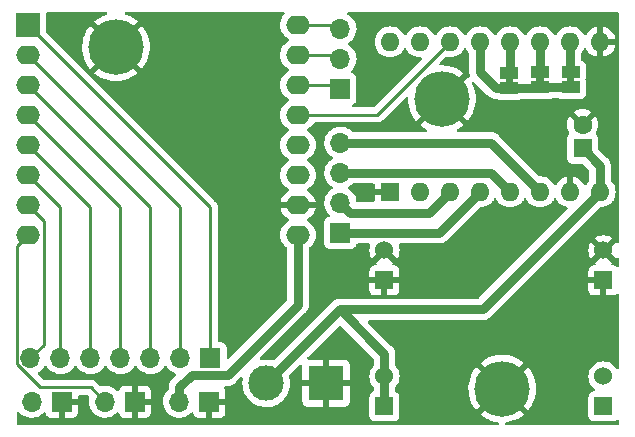
<source format=gtl>
%TF.GenerationSoftware,KiCad,Pcbnew,6.0.2+dfsg-1*%
%TF.CreationDate,2022-08-03T16:07:20+02:00*%
%TF.ProjectId,EspStepperV1,45737053-7465-4707-9065-7256312e6b69,rev?*%
%TF.SameCoordinates,Original*%
%TF.FileFunction,Copper,L1,Top*%
%TF.FilePolarity,Positive*%
%FSLAX46Y46*%
G04 Gerber Fmt 4.6, Leading zero omitted, Abs format (unit mm)*
G04 Created by KiCad (PCBNEW 6.0.2+dfsg-1) date 2022-08-03 16:07:20*
%MOMM*%
%LPD*%
G01*
G04 APERTURE LIST*
%TA.AperFunction,ComponentPad*%
%ADD10C,1.600000*%
%TD*%
%TA.AperFunction,ComponentPad*%
%ADD11R,1.600000X1.600000*%
%TD*%
%TA.AperFunction,ComponentPad*%
%ADD12R,2.000000X2.000000*%
%TD*%
%TA.AperFunction,ComponentPad*%
%ADD13O,2.000000X1.600000*%
%TD*%
%TA.AperFunction,ComponentPad*%
%ADD14C,1.524000*%
%TD*%
%TA.AperFunction,ComponentPad*%
%ADD15R,1.524000X1.524000*%
%TD*%
%TA.AperFunction,SMDPad,CuDef*%
%ADD16R,1.500000X1.000000*%
%TD*%
%TA.AperFunction,ComponentPad*%
%ADD17O,1.600000X1.600000*%
%TD*%
%TA.AperFunction,ComponentPad*%
%ADD18R,1.700000X1.700000*%
%TD*%
%TA.AperFunction,ComponentPad*%
%ADD19O,1.700000X1.700000*%
%TD*%
%TA.AperFunction,ComponentPad*%
%ADD20R,3.000000X3.000000*%
%TD*%
%TA.AperFunction,ComponentPad*%
%ADD21C,3.000000*%
%TD*%
%TA.AperFunction,ComponentPad*%
%ADD22C,3.100000*%
%TD*%
%TA.AperFunction,ConnectorPad*%
%ADD23C,4.700000*%
%TD*%
%TA.AperFunction,Conductor*%
%ADD24C,0.800000*%
%TD*%
%TA.AperFunction,Conductor*%
%ADD25C,0.250000*%
%TD*%
G04 APERTURE END LIST*
%TO.C,MS3*%
G36*
X88600000Y-80850000D02*
G01*
X88000000Y-80850000D01*
X88000000Y-80350000D01*
X88600000Y-80350000D01*
X88600000Y-80850000D01*
G37*
%TO.C,MS2*%
G36*
X91200000Y-80800000D02*
G01*
X90600000Y-80800000D01*
X90600000Y-80300000D01*
X91200000Y-80300000D01*
X91200000Y-80800000D01*
G37*
%TO.C,MS1*%
G36*
X93800000Y-80800000D02*
G01*
X93200000Y-80800000D01*
X93200000Y-80300000D01*
X93800000Y-80300000D01*
X93800000Y-80800000D01*
G37*
%TD*%
D10*
%TO.P,C1,2*%
%TO.N,GND*%
X94500000Y-84355113D03*
D11*
%TO.P,C1,1*%
%TO.N,+12V*%
X94500000Y-86355113D03*
%TD*%
D12*
%TO.P,WeMos_D1,1,~{RST}*%
%TO.N,RST*%
X47555000Y-75910000D03*
D13*
%TO.P,WeMos_D1,2,A0*%
%TO.N,A0*%
X47555000Y-78450000D03*
%TO.P,WeMos_D1,3,D0*%
%TO.N,D0*%
X47555000Y-80990000D03*
%TO.P,WeMos_D1,4,SCK/D5*%
%TO.N,D5*%
X47555000Y-83530000D03*
%TO.P,WeMos_D1,5,MISO/D6*%
%TO.N,D6*%
X47555000Y-86070000D03*
%TO.P,WeMos_D1,6,MOSI/D7*%
%TO.N,D7*%
X47555000Y-88610000D03*
%TO.P,WeMos_D1,7,CS/D8*%
%TO.N,D8*%
X47555000Y-91150000D03*
%TO.P,WeMos_D1,8,3V3*%
%TO.N,+3V3*%
X47555000Y-93690000D03*
%TO.P,WeMos_D1,9,5V*%
%TO.N,+5V*%
X70415000Y-93690000D03*
%TO.P,WeMos_D1,10,GND*%
%TO.N,GND*%
X70415000Y-91150000D03*
%TO.P,WeMos_D1,11,D4*%
%TO.N,D4*%
X70415000Y-88610000D03*
%TO.P,WeMos_D1,12,D3*%
%TO.N,D3*%
X70415000Y-86070000D03*
%TO.P,WeMos_D1,13,SDA/D2*%
%TO.N,D2*%
X70415000Y-83530000D03*
%TO.P,WeMos_D1,14,SCL/D1*%
%TO.N,D1*%
X70415000Y-80990000D03*
%TO.P,WeMos_D1,15,RX*%
%TO.N,RX*%
X70415000Y-78450000D03*
%TO.P,WeMos_D1,16,TX*%
%TO.N,TX*%
X70415000Y-75910000D03*
%TD*%
D14*
%TO.P,MT1584,2,GND*%
%TO.N,GND*%
X77729000Y-94996000D03*
D15*
%TO.P,MT1584,1,Vin*%
%TO.N,+12V*%
X77729000Y-108204000D03*
D14*
%TO.P,MT1584,3,GND*%
%TO.N,GND*%
X96271000Y-94996000D03*
D15*
%TO.P,MT1584,4,Vout*%
%TO.N,+5V*%
X96271000Y-108204000D03*
%TO.P,MT1584,3,GND*%
%TO.N,GND*%
X96271000Y-97536000D03*
%TO.P,MT1584,2,GND*%
X77729000Y-97536000D03*
D14*
%TO.P,MT1584,1,Vin*%
%TO.N,+12V*%
X77729000Y-105664000D03*
%TO.P,MT1584,4,Vout*%
%TO.N,+5V*%
X96271000Y-105664000D03*
%TD*%
D16*
%TO.P,MS3,1,A*%
%TO.N,+5V*%
X88300000Y-81250000D03*
%TO.P,MS3,2,B*%
%TO.N,MS3*%
X88300000Y-79950000D03*
%TD*%
%TO.P,MS2,1,A*%
%TO.N,+5V*%
X90900000Y-81200000D03*
%TO.P,MS2,2,B*%
%TO.N,MS2*%
X90900000Y-79900000D03*
%TD*%
%TO.P,MS1,2,B*%
%TO.N,MS1*%
X93500000Y-79900000D03*
%TO.P,MS1,1,A*%
%TO.N,+5V*%
X93500000Y-81200000D03*
%TD*%
D17*
%TO.P,A4988,16,DIR*%
%TO.N,D4*%
X78210000Y-77340000D03*
%TO.P,A4988,15,STEP*%
%TO.N,D3*%
X80750000Y-77340000D03*
%TO.P,A4988,14,~{SLEEP}*%
%TO.N,D2*%
X83290000Y-77340000D03*
%TO.P,A4988,13,~{RESET}*%
%TO.N,+5V*%
X85830000Y-77340000D03*
%TO.P,A4988,12,MS3*%
%TO.N,MS3*%
X88370000Y-77340000D03*
%TO.P,A4988,11,MS2*%
%TO.N,MS2*%
X90910000Y-77340000D03*
%TO.P,A4988,10,MS1*%
%TO.N,MS1*%
X93450000Y-77340000D03*
%TO.P,A4988,9,~{ENABLE}*%
%TO.N,GND*%
X95990000Y-77340000D03*
%TO.P,A4988,8,VMOT*%
%TO.N,+12V*%
X95990000Y-90040000D03*
%TO.P,A4988,7,GND*%
%TO.N,GND*%
X93450000Y-90040000D03*
%TO.P,A4988,6,2B*%
%TO.N,2B*%
X90910000Y-90040000D03*
%TO.P,A4988,5,2A*%
%TO.N,2A*%
X88370000Y-90040000D03*
%TO.P,A4988,4,1A*%
%TO.N,1A*%
X85830000Y-90040000D03*
%TO.P,A4988,3,1B*%
%TO.N,1B*%
X83290000Y-90040000D03*
%TO.P,A4988,2,VDD*%
%TO.N,+5V*%
X80750000Y-90040000D03*
D11*
%TO.P,A4988,1,GND*%
%TO.N,GND*%
X78210000Y-90040000D03*
%TD*%
D18*
%TO.P,J4,1,Pin_1*%
%TO.N,D1*%
X74000000Y-81325000D03*
D19*
%TO.P,J4,2,Pin_2*%
%TO.N,RX*%
X74000000Y-78785000D03*
%TO.P,J4,3,Pin_3*%
%TO.N,TX*%
X74000000Y-76245000D03*
%TD*%
D18*
%TO.P,J7,1,Pin_1*%
%TO.N,GND*%
X62900000Y-107800000D03*
D19*
%TO.P,J7,2,Pin_2*%
%TO.N,+5V*%
X60360000Y-107800000D03*
%TD*%
D18*
%TO.P,J1,1,Pin_1*%
%TO.N,RST*%
X63000000Y-104100000D03*
D19*
%TO.P,J1,2,Pin_2*%
%TO.N,A0*%
X60460000Y-104100000D03*
%TO.P,J1,3,Pin_3*%
%TO.N,D0*%
X57920000Y-104100000D03*
%TO.P,J1,4,Pin_4*%
%TO.N,D5*%
X55380000Y-104100000D03*
%TO.P,J1,5,Pin_5*%
%TO.N,D6*%
X52840000Y-104100000D03*
%TO.P,J1,6,Pin_6*%
%TO.N,D7*%
X50300000Y-104100000D03*
%TO.P,J1,7,Pin_7*%
%TO.N,D8*%
X47760000Y-104100000D03*
%TD*%
D20*
%TO.P,J5,1,Pin_1*%
%TO.N,GND*%
X72790000Y-106250000D03*
D21*
%TO.P,J5,2,Pin_2*%
%TO.N,+12V*%
X67710000Y-106250000D03*
%TD*%
D18*
%TO.P,J6,1,Pin_1*%
%TO.N,GND*%
X50400000Y-107800000D03*
D19*
%TO.P,J6,2,Pin_2*%
%TO.N,+12V*%
X47860000Y-107800000D03*
%TD*%
D18*
%TO.P,J3,1,Pin_1*%
%TO.N,1A*%
X74000000Y-93500000D03*
D19*
%TO.P,J3,2,Pin_2*%
%TO.N,1B*%
X74000000Y-90960000D03*
%TO.P,J3,3,Pin_3*%
%TO.N,2A*%
X74000000Y-88420000D03*
%TO.P,J3,4,Pin_4*%
%TO.N,2B*%
X74000000Y-85880000D03*
%TD*%
%TO.P,J2,2,Pin_2*%
%TO.N,+3V3*%
X54060000Y-107800000D03*
D18*
%TO.P,J2,1,Pin_1*%
%TO.N,GND*%
X56600000Y-107800000D03*
%TD*%
D22*
%TO.P,H3,1,1*%
%TO.N,GND*%
X55000000Y-77800000D03*
D23*
X55000000Y-77800000D03*
%TD*%
%TO.P,H2,1,1*%
%TO.N,GND*%
X87700000Y-106700000D03*
D22*
X87700000Y-106700000D03*
%TD*%
D23*
%TO.P,H1,1,1*%
%TO.N,GND*%
X82600000Y-82200000D03*
D22*
X82600000Y-82200000D03*
%TD*%
D24*
%TO.N,+12V*%
X95990000Y-90040000D02*
X95990000Y-87845113D01*
X95990000Y-87845113D02*
X94500000Y-86355113D01*
X77729000Y-108204000D02*
X77729000Y-105664000D01*
X77729000Y-105664000D02*
X77729000Y-103765074D01*
X77729000Y-103765074D02*
X73961963Y-99998037D01*
X95990000Y-90040000D02*
X86031963Y-99998037D01*
X86031963Y-99998037D02*
X73961963Y-99998037D01*
X73961963Y-99998037D02*
X67710000Y-106250000D01*
%TO.N,MS1*%
X93450000Y-77340000D02*
X93450000Y-79850000D01*
X93450000Y-79850000D02*
X93500000Y-79900000D01*
%TO.N,MS2*%
X90910000Y-77340000D02*
X90910000Y-79890000D01*
X90910000Y-79890000D02*
X90900000Y-79900000D01*
%TO.N,MS3*%
X88370000Y-77340000D02*
X88370000Y-79880000D01*
X88370000Y-79880000D02*
X88300000Y-79950000D01*
%TO.N,+5V*%
X60360000Y-107800000D02*
X60360000Y-106597919D01*
X60360000Y-106597919D02*
X61408408Y-105549511D01*
X61408408Y-105549511D02*
X64449511Y-105549511D01*
X64449511Y-105549511D02*
X70415000Y-99584022D01*
X70415000Y-99584022D02*
X70415000Y-93690000D01*
%TO.N,1A*%
X74000000Y-93500000D02*
X82370000Y-93500000D01*
X82370000Y-93500000D02*
X85830000Y-90040000D01*
%TO.N,1B*%
X74000000Y-90960000D02*
X74850000Y-91810000D01*
X74850000Y-91810000D02*
X81520000Y-91810000D01*
X81520000Y-91810000D02*
X83290000Y-90040000D01*
%TO.N,+5V*%
X85830000Y-77340000D02*
X85830000Y-79929022D01*
X85830000Y-79929022D02*
X87150978Y-81250000D01*
X87150978Y-81250000D02*
X88300000Y-81250000D01*
X90900000Y-81200000D02*
X93500000Y-81200000D01*
X88300000Y-81250000D02*
X90850000Y-81250000D01*
X90850000Y-81250000D02*
X90900000Y-81200000D01*
%TO.N,2A*%
X74000000Y-88420000D02*
X86750000Y-88420000D01*
X86750000Y-88420000D02*
X88370000Y-90040000D01*
%TO.N,2B*%
X74000000Y-85880000D02*
X86750000Y-85880000D01*
X86750000Y-85880000D02*
X90910000Y-90040000D01*
D25*
%TO.N,D2*%
X70415000Y-83530000D02*
X77100000Y-83530000D01*
X77100000Y-83530000D02*
X83290000Y-77340000D01*
%TO.N,D1*%
X70415000Y-80990000D02*
X73665000Y-80990000D01*
X73665000Y-80990000D02*
X74000000Y-81325000D01*
%TO.N,RX*%
X70415000Y-78450000D02*
X73665000Y-78450000D01*
X73665000Y-78450000D02*
X74000000Y-78785000D01*
%TO.N,TX*%
X70415000Y-75910000D02*
X73665000Y-75910000D01*
X73665000Y-75910000D02*
X74000000Y-76245000D01*
%TO.N,+3V3*%
X47555000Y-93690000D02*
X46585489Y-94659511D01*
X46585489Y-94659511D02*
X46585489Y-104586499D01*
X46585489Y-104586499D02*
X48598990Y-106600000D01*
X48598990Y-106600000D02*
X52860000Y-106600000D01*
X52860000Y-106600000D02*
X54060000Y-107800000D01*
%TO.N,D6*%
X47555000Y-86070000D02*
X52840000Y-91355000D01*
X52840000Y-91355000D02*
X52840000Y-104100000D01*
%TO.N,RST*%
X47555000Y-75910000D02*
X63000000Y-91355000D01*
X63000000Y-91355000D02*
X63000000Y-104100000D01*
%TO.N,A0*%
X47555000Y-78450000D02*
X60460000Y-91355000D01*
X60460000Y-91355000D02*
X60460000Y-104100000D01*
%TO.N,D0*%
X47555000Y-80990000D02*
X57920000Y-91355000D01*
X57920000Y-91355000D02*
X57920000Y-104100000D01*
%TO.N,D5*%
X47555000Y-83530000D02*
X55380000Y-91355000D01*
X55380000Y-91355000D02*
X55380000Y-104100000D01*
%TO.N,D7*%
X47555000Y-88610000D02*
X50300000Y-91355000D01*
X50300000Y-91355000D02*
X50300000Y-104100000D01*
%TO.N,D8*%
X47555000Y-91150000D02*
X48879520Y-92474520D01*
X48879520Y-92474520D02*
X48879520Y-102980480D01*
X48879520Y-102980480D02*
X47760000Y-104100000D01*
%TD*%
%TA.AperFunction,Conductor*%
%TO.N,GND*%
G36*
X54226501Y-74828002D02*
G01*
X54272994Y-74881658D01*
X54283098Y-74951932D01*
X54253604Y-75016512D01*
X54199194Y-75053207D01*
X53921727Y-75148205D01*
X53915033Y-75150937D01*
X53624090Y-75289710D01*
X53617735Y-75293204D01*
X53344694Y-75464482D01*
X53338766Y-75468694D01*
X53180316Y-75595636D01*
X53171846Y-75607762D01*
X53178241Y-75619030D01*
X54987190Y-77427980D01*
X55001131Y-77435592D01*
X55002966Y-77435461D01*
X55009580Y-77431210D01*
X55694673Y-76746117D01*
X56820675Y-75620114D01*
X56828067Y-75606577D01*
X56821280Y-75596877D01*
X56733637Y-75522022D01*
X56727849Y-75517629D01*
X56460314Y-75337852D01*
X56454091Y-75334172D01*
X56167643Y-75186325D01*
X56161032Y-75183382D01*
X55859507Y-75069445D01*
X55852581Y-75067274D01*
X55808508Y-75056204D01*
X55747312Y-75020209D01*
X55715291Y-74956844D01*
X55722611Y-74886226D01*
X55766949Y-74830775D01*
X55839203Y-74808000D01*
X69162312Y-74808000D01*
X69230433Y-74828002D01*
X69276926Y-74881658D01*
X69287030Y-74951932D01*
X69257536Y-75016512D01*
X69251407Y-75023095D01*
X69208802Y-75065700D01*
X69205645Y-75070208D01*
X69205643Y-75070211D01*
X69178064Y-75109598D01*
X69077477Y-75253251D01*
X69075154Y-75258233D01*
X69075151Y-75258238D01*
X69039743Y-75334172D01*
X68980716Y-75460757D01*
X68979294Y-75466065D01*
X68979293Y-75466067D01*
X68938016Y-75620114D01*
X68921457Y-75681913D01*
X68901502Y-75910000D01*
X68921457Y-76138087D01*
X68922881Y-76143400D01*
X68922881Y-76143402D01*
X68973053Y-76330643D01*
X68980716Y-76359243D01*
X68983039Y-76364224D01*
X68983039Y-76364225D01*
X69075151Y-76561762D01*
X69075154Y-76561767D01*
X69077477Y-76566749D01*
X69112774Y-76617158D01*
X69205486Y-76749564D01*
X69208802Y-76754300D01*
X69370700Y-76916198D01*
X69375208Y-76919355D01*
X69375211Y-76919357D01*
X69420798Y-76951277D01*
X69558251Y-77047523D01*
X69563233Y-77049846D01*
X69563238Y-77049849D01*
X69597457Y-77065805D01*
X69650742Y-77112722D01*
X69670203Y-77180999D01*
X69649661Y-77248959D01*
X69597457Y-77294195D01*
X69563238Y-77310151D01*
X69563233Y-77310154D01*
X69558251Y-77312477D01*
X69511125Y-77345475D01*
X69375211Y-77440643D01*
X69375208Y-77440645D01*
X69370700Y-77443802D01*
X69208802Y-77605700D01*
X69205645Y-77610208D01*
X69205643Y-77610211D01*
X69178064Y-77649598D01*
X69077477Y-77793251D01*
X69075154Y-77798233D01*
X69075151Y-77798238D01*
X68985027Y-77991511D01*
X68980716Y-78000757D01*
X68979294Y-78006065D01*
X68979293Y-78006067D01*
X68930491Y-78188197D01*
X68921457Y-78221913D01*
X68901502Y-78450000D01*
X68921457Y-78678087D01*
X68922881Y-78683400D01*
X68922881Y-78683402D01*
X68977057Y-78885586D01*
X68980716Y-78899243D01*
X68983039Y-78904224D01*
X68983039Y-78904225D01*
X69075151Y-79101762D01*
X69075154Y-79101767D01*
X69077477Y-79106749D01*
X69140048Y-79196109D01*
X69205570Y-79289684D01*
X69208802Y-79294300D01*
X69370700Y-79456198D01*
X69375208Y-79459355D01*
X69375211Y-79459357D01*
X69420798Y-79491277D01*
X69558251Y-79587523D01*
X69563233Y-79589846D01*
X69563238Y-79589849D01*
X69597457Y-79605805D01*
X69650742Y-79652722D01*
X69670203Y-79720999D01*
X69649661Y-79788959D01*
X69597457Y-79834195D01*
X69563238Y-79850151D01*
X69563233Y-79850154D01*
X69558251Y-79852477D01*
X69465205Y-79917629D01*
X69375211Y-79980643D01*
X69375208Y-79980645D01*
X69370700Y-79983802D01*
X69208802Y-80145700D01*
X69077477Y-80333251D01*
X69075154Y-80338233D01*
X69075151Y-80338238D01*
X68994911Y-80510316D01*
X68980716Y-80540757D01*
X68979294Y-80546065D01*
X68979293Y-80546067D01*
X68922881Y-80756598D01*
X68921457Y-80761913D01*
X68901502Y-80990000D01*
X68921457Y-81218087D01*
X68922881Y-81223400D01*
X68922881Y-81223402D01*
X68923821Y-81226908D01*
X68980716Y-81439243D01*
X68983039Y-81444224D01*
X68983039Y-81444225D01*
X69075151Y-81641762D01*
X69075154Y-81641767D01*
X69077477Y-81646749D01*
X69208802Y-81834300D01*
X69370700Y-81996198D01*
X69375208Y-81999355D01*
X69375211Y-81999357D01*
X69399164Y-82016129D01*
X69558251Y-82127523D01*
X69563233Y-82129846D01*
X69563238Y-82129849D01*
X69597457Y-82145805D01*
X69650742Y-82192722D01*
X69670203Y-82260999D01*
X69649661Y-82328959D01*
X69597457Y-82374195D01*
X69563238Y-82390151D01*
X69563233Y-82390154D01*
X69558251Y-82392477D01*
X69453389Y-82465902D01*
X69375211Y-82520643D01*
X69375208Y-82520645D01*
X69370700Y-82523802D01*
X69208802Y-82685700D01*
X69205645Y-82690208D01*
X69205643Y-82690211D01*
X69196439Y-82703356D01*
X69077477Y-82873251D01*
X69075154Y-82878233D01*
X69075151Y-82878238D01*
X68983039Y-83075775D01*
X68980716Y-83080757D01*
X68979294Y-83086065D01*
X68979293Y-83086067D01*
X68970234Y-83119877D01*
X68921457Y-83301913D01*
X68901502Y-83530000D01*
X68921457Y-83758087D01*
X68922881Y-83763400D01*
X68922881Y-83763402D01*
X68975934Y-83961395D01*
X68980716Y-83979243D01*
X68983039Y-83984224D01*
X68983039Y-83984225D01*
X69075151Y-84181762D01*
X69075154Y-84181767D01*
X69077477Y-84186749D01*
X69150902Y-84291611D01*
X69199201Y-84360588D01*
X69208802Y-84374300D01*
X69370700Y-84536198D01*
X69375208Y-84539355D01*
X69375211Y-84539357D01*
X69410112Y-84563795D01*
X69558251Y-84667523D01*
X69563233Y-84669846D01*
X69563238Y-84669849D01*
X69597457Y-84685805D01*
X69650742Y-84732722D01*
X69670203Y-84800999D01*
X69649661Y-84868959D01*
X69597457Y-84914195D01*
X69563238Y-84930151D01*
X69563233Y-84930154D01*
X69558251Y-84932477D01*
X69453389Y-85005902D01*
X69375211Y-85060643D01*
X69375208Y-85060645D01*
X69370700Y-85063802D01*
X69208802Y-85225700D01*
X69077477Y-85413251D01*
X69075154Y-85418233D01*
X69075151Y-85418238D01*
X68983039Y-85615775D01*
X68980716Y-85620757D01*
X68921457Y-85841913D01*
X68901502Y-86070000D01*
X68921457Y-86298087D01*
X68980716Y-86519243D01*
X68983039Y-86524224D01*
X68983039Y-86524225D01*
X69075151Y-86721762D01*
X69075154Y-86721767D01*
X69077477Y-86726749D01*
X69208802Y-86914300D01*
X69370700Y-87076198D01*
X69375208Y-87079355D01*
X69375211Y-87079357D01*
X69453389Y-87134098D01*
X69558251Y-87207523D01*
X69563233Y-87209846D01*
X69563238Y-87209849D01*
X69597457Y-87225805D01*
X69650742Y-87272722D01*
X69670203Y-87340999D01*
X69649661Y-87408959D01*
X69597457Y-87454195D01*
X69563238Y-87470151D01*
X69563233Y-87470154D01*
X69558251Y-87472477D01*
X69453389Y-87545902D01*
X69375211Y-87600643D01*
X69375208Y-87600645D01*
X69370700Y-87603802D01*
X69208802Y-87765700D01*
X69205645Y-87770208D01*
X69205643Y-87770211D01*
X69172154Y-87818038D01*
X69077477Y-87953251D01*
X69075154Y-87958233D01*
X69075151Y-87958238D01*
X68983039Y-88155775D01*
X68980716Y-88160757D01*
X68979294Y-88166065D01*
X68979293Y-88166067D01*
X68957652Y-88246833D01*
X68921457Y-88381913D01*
X68901502Y-88610000D01*
X68921457Y-88838087D01*
X68922881Y-88843400D01*
X68922881Y-88843402D01*
X68973053Y-89030643D01*
X68980716Y-89059243D01*
X68983039Y-89064224D01*
X68983039Y-89064225D01*
X69075151Y-89261762D01*
X69075154Y-89261767D01*
X69077477Y-89266749D01*
X69134721Y-89348502D01*
X69162721Y-89388489D01*
X69208802Y-89454300D01*
X69370700Y-89616198D01*
X69375208Y-89619355D01*
X69375211Y-89619357D01*
X69453389Y-89674098D01*
X69558251Y-89747523D01*
X69563233Y-89749846D01*
X69563238Y-89749849D01*
X69598049Y-89766081D01*
X69651334Y-89812998D01*
X69670795Y-89881275D01*
X69650253Y-89949235D01*
X69598049Y-89994471D01*
X69563489Y-90010586D01*
X69553993Y-90016069D01*
X69375533Y-90141028D01*
X69367125Y-90148084D01*
X69213084Y-90302125D01*
X69206028Y-90310533D01*
X69081069Y-90488993D01*
X69075586Y-90498489D01*
X68983510Y-90695947D01*
X68979764Y-90706239D01*
X68933606Y-90878503D01*
X68933942Y-90892599D01*
X68941884Y-90896000D01*
X71882967Y-90896000D01*
X71896498Y-90892027D01*
X71897727Y-90883478D01*
X71850236Y-90706239D01*
X71846490Y-90695947D01*
X71754414Y-90498489D01*
X71748931Y-90488993D01*
X71623972Y-90310533D01*
X71616916Y-90302125D01*
X71462875Y-90148084D01*
X71454467Y-90141028D01*
X71276007Y-90016069D01*
X71266511Y-90010586D01*
X71231951Y-89994471D01*
X71178666Y-89947554D01*
X71159205Y-89879277D01*
X71179747Y-89811317D01*
X71231951Y-89766081D01*
X71266762Y-89749849D01*
X71266767Y-89749846D01*
X71271749Y-89747523D01*
X71376611Y-89674098D01*
X71454789Y-89619357D01*
X71454792Y-89619355D01*
X71459300Y-89616198D01*
X71621198Y-89454300D01*
X71667280Y-89388489D01*
X71695279Y-89348502D01*
X71752523Y-89266749D01*
X71754846Y-89261767D01*
X71754849Y-89261762D01*
X71846961Y-89064225D01*
X71846961Y-89064224D01*
X71849284Y-89059243D01*
X71856948Y-89030643D01*
X71907119Y-88843402D01*
X71907119Y-88843400D01*
X71908543Y-88838087D01*
X71928498Y-88610000D01*
X71908543Y-88381913D01*
X71872348Y-88246833D01*
X71850707Y-88166067D01*
X71850706Y-88166065D01*
X71849284Y-88160757D01*
X71846961Y-88155775D01*
X71754849Y-87958238D01*
X71754846Y-87958233D01*
X71752523Y-87953251D01*
X71657846Y-87818038D01*
X71624357Y-87770211D01*
X71624355Y-87770208D01*
X71621198Y-87765700D01*
X71459300Y-87603802D01*
X71454792Y-87600645D01*
X71454789Y-87600643D01*
X71376611Y-87545902D01*
X71271749Y-87472477D01*
X71266767Y-87470154D01*
X71266762Y-87470151D01*
X71232543Y-87454195D01*
X71179258Y-87407278D01*
X71159797Y-87339001D01*
X71180339Y-87271041D01*
X71232543Y-87225805D01*
X71266762Y-87209849D01*
X71266767Y-87209846D01*
X71271749Y-87207523D01*
X71376611Y-87134098D01*
X71454789Y-87079357D01*
X71454792Y-87079355D01*
X71459300Y-87076198D01*
X71621198Y-86914300D01*
X71752523Y-86726749D01*
X71754846Y-86721767D01*
X71754849Y-86721762D01*
X71846961Y-86524225D01*
X71846961Y-86524224D01*
X71849284Y-86519243D01*
X71908543Y-86298087D01*
X71928498Y-86070000D01*
X71908543Y-85841913D01*
X71849284Y-85620757D01*
X71846961Y-85615775D01*
X71754849Y-85418238D01*
X71754846Y-85418233D01*
X71752523Y-85413251D01*
X71621198Y-85225700D01*
X71459300Y-85063802D01*
X71454792Y-85060645D01*
X71454789Y-85060643D01*
X71376611Y-85005902D01*
X71271749Y-84932477D01*
X71266767Y-84930154D01*
X71266762Y-84930151D01*
X71232543Y-84914195D01*
X71179258Y-84867278D01*
X71159797Y-84799001D01*
X71180339Y-84731041D01*
X71232543Y-84685805D01*
X71266762Y-84669849D01*
X71266767Y-84669846D01*
X71271749Y-84667523D01*
X71419888Y-84563795D01*
X71454789Y-84539357D01*
X71454792Y-84539355D01*
X71459300Y-84536198D01*
X71621198Y-84374300D01*
X71624357Y-84369789D01*
X71731181Y-84217229D01*
X71786638Y-84172901D01*
X71834394Y-84163500D01*
X77021233Y-84163500D01*
X77032416Y-84164027D01*
X77039909Y-84165702D01*
X77047835Y-84165453D01*
X77047836Y-84165453D01*
X77107986Y-84163562D01*
X77111945Y-84163500D01*
X77139856Y-84163500D01*
X77143791Y-84163003D01*
X77143856Y-84162995D01*
X77155693Y-84162062D01*
X77187951Y-84161048D01*
X77191970Y-84160922D01*
X77199889Y-84160673D01*
X77219343Y-84155021D01*
X77238700Y-84151013D01*
X77250930Y-84149468D01*
X77250931Y-84149468D01*
X77258797Y-84148474D01*
X77266168Y-84145555D01*
X77266170Y-84145555D01*
X77299912Y-84132196D01*
X77311142Y-84128351D01*
X77345983Y-84118229D01*
X77345984Y-84118229D01*
X77353593Y-84116018D01*
X77360412Y-84111985D01*
X77360417Y-84111983D01*
X77371028Y-84105707D01*
X77388776Y-84097012D01*
X77407617Y-84089552D01*
X77443387Y-84063564D01*
X77453307Y-84057048D01*
X77484535Y-84038580D01*
X77484538Y-84038578D01*
X77491362Y-84034542D01*
X77505683Y-84020221D01*
X77520717Y-84007380D01*
X77530694Y-84000131D01*
X77537107Y-83995472D01*
X77565298Y-83961395D01*
X77573288Y-83952616D01*
X79524743Y-82001161D01*
X79587055Y-81967135D01*
X79657870Y-81972200D01*
X79714706Y-82014747D01*
X79739517Y-82081267D01*
X79739339Y-82101453D01*
X79738893Y-82106447D01*
X79738665Y-82113708D01*
X79747102Y-82435932D01*
X79747708Y-82443148D01*
X79793126Y-82762264D01*
X79794560Y-82769375D01*
X79876356Y-83081164D01*
X79878593Y-83088047D01*
X79995679Y-83388358D01*
X79998699Y-83394956D01*
X80149532Y-83679831D01*
X80153278Y-83686016D01*
X80335856Y-83951668D01*
X80340291Y-83957387D01*
X80395061Y-84020170D01*
X80408233Y-84028573D01*
X80418084Y-84022705D01*
X82227980Y-82212810D01*
X82235592Y-82198869D01*
X82235461Y-82197034D01*
X82231210Y-82190420D01*
X81025980Y-80985190D01*
X80991954Y-80922878D01*
X80997019Y-80852063D01*
X81025980Y-80807000D01*
X81207000Y-80625980D01*
X81269312Y-80591954D01*
X81340127Y-80597019D01*
X81385190Y-80625980D01*
X82587188Y-81827978D01*
X82601132Y-81835592D01*
X82602965Y-81835461D01*
X82609580Y-81831210D01*
X84420675Y-80020114D01*
X84428067Y-80006577D01*
X84421279Y-79996875D01*
X84333637Y-79922022D01*
X84327849Y-79917629D01*
X84060314Y-79737852D01*
X84054091Y-79734172D01*
X83767643Y-79586325D01*
X83761032Y-79583382D01*
X83459507Y-79469445D01*
X83452581Y-79467274D01*
X83139957Y-79388749D01*
X83132850Y-79387393D01*
X82813273Y-79345319D01*
X82806031Y-79344788D01*
X82488302Y-79339797D01*
X82420504Y-79318728D01*
X82374859Y-79264349D01*
X82365861Y-79193925D01*
X82401186Y-79124718D01*
X82876752Y-78649152D01*
X82939064Y-78615126D01*
X82998459Y-78616541D01*
X83056591Y-78632118D01*
X83056602Y-78632120D01*
X83061913Y-78633543D01*
X83290000Y-78653498D01*
X83518087Y-78633543D01*
X83523400Y-78632119D01*
X83523402Y-78632119D01*
X83733933Y-78575707D01*
X83733935Y-78575706D01*
X83739243Y-78574284D01*
X83745235Y-78571490D01*
X83941762Y-78479849D01*
X83941767Y-78479846D01*
X83946749Y-78477523D01*
X84101200Y-78369375D01*
X84129789Y-78349357D01*
X84129792Y-78349355D01*
X84134300Y-78346198D01*
X84296198Y-78184300D01*
X84307059Y-78168790D01*
X84395034Y-78043148D01*
X84427523Y-77996749D01*
X84429846Y-77991767D01*
X84429849Y-77991762D01*
X84445805Y-77957543D01*
X84492722Y-77904258D01*
X84560999Y-77884797D01*
X84628959Y-77905339D01*
X84674195Y-77957543D01*
X84690151Y-77991762D01*
X84690154Y-77991767D01*
X84692477Y-77996749D01*
X84724966Y-78043148D01*
X84812942Y-78168790D01*
X84823802Y-78184300D01*
X84884595Y-78245093D01*
X84918621Y-78307405D01*
X84921500Y-78334188D01*
X84921500Y-79847605D01*
X84919949Y-79867314D01*
X84917748Y-79881212D01*
X84918093Y-79887799D01*
X84918093Y-79887804D01*
X84921327Y-79949502D01*
X84921500Y-79956096D01*
X84921500Y-79976632D01*
X84921844Y-79979904D01*
X84921844Y-79979906D01*
X84923647Y-79997064D01*
X84924164Y-80003638D01*
X84925252Y-80024385D01*
X84927743Y-80071925D01*
X84929453Y-80078306D01*
X84929453Y-80078308D01*
X84931383Y-80085513D01*
X84934985Y-80104947D01*
X84935766Y-80112376D01*
X84935768Y-80112385D01*
X84936458Y-80118950D01*
X84957600Y-80184019D01*
X84959469Y-80190327D01*
X84967589Y-80220631D01*
X84965899Y-80291607D01*
X84926105Y-80350403D01*
X84860841Y-80378351D01*
X84803346Y-80368683D01*
X84793431Y-80369028D01*
X84784951Y-80374260D01*
X82972020Y-82187190D01*
X82964408Y-82201131D01*
X82964539Y-82202966D01*
X82968790Y-82209580D01*
X84779776Y-84020565D01*
X84793130Y-84027857D01*
X84803102Y-84020803D01*
X84896013Y-83909681D01*
X84900329Y-83903870D01*
X85077308Y-83634447D01*
X85080922Y-83628185D01*
X85225759Y-83340208D01*
X85228632Y-83333570D01*
X85252590Y-83268101D01*
X93778576Y-83268101D01*
X93785644Y-83281547D01*
X94487188Y-83983091D01*
X94501132Y-83990705D01*
X94502965Y-83990574D01*
X94509580Y-83986323D01*
X95215077Y-83280826D01*
X95221507Y-83269051D01*
X95212211Y-83257036D01*
X95161006Y-83221182D01*
X95151511Y-83215699D01*
X94954053Y-83123623D01*
X94943761Y-83119877D01*
X94733312Y-83063488D01*
X94722519Y-83061585D01*
X94505475Y-83042596D01*
X94494525Y-83042596D01*
X94277481Y-83061585D01*
X94266688Y-83063488D01*
X94056239Y-83119877D01*
X94045947Y-83123623D01*
X93848489Y-83215699D01*
X93838994Y-83221182D01*
X93786952Y-83257622D01*
X93778576Y-83268101D01*
X85252590Y-83268101D01*
X85339407Y-83030864D01*
X85341503Y-83023923D01*
X85416751Y-82710495D01*
X85418035Y-82703356D01*
X85456858Y-82382538D01*
X85457282Y-82376968D01*
X85462755Y-82202797D01*
X85462682Y-82197204D01*
X85444079Y-81874573D01*
X85443247Y-81867383D01*
X85387828Y-81549840D01*
X85386173Y-81542785D01*
X85294627Y-81233733D01*
X85292170Y-81226908D01*
X85165706Y-80930417D01*
X85162485Y-80923928D01*
X85125917Y-80859818D01*
X85109541Y-80790736D01*
X85133113Y-80723766D01*
X85189149Y-80680172D01*
X85259858Y-80673794D01*
X85324460Y-80708295D01*
X86450997Y-81834832D01*
X86463838Y-81849865D01*
X86472112Y-81861253D01*
X86477021Y-81865673D01*
X86522937Y-81907016D01*
X86527722Y-81911557D01*
X86542237Y-81926072D01*
X86544801Y-81928148D01*
X86558194Y-81938994D01*
X86563209Y-81943278D01*
X86609123Y-81984619D01*
X86609128Y-81984623D01*
X86614034Y-81989040D01*
X86619750Y-81992340D01*
X86619754Y-81992343D01*
X86626215Y-81996073D01*
X86642511Y-82007273D01*
X86653448Y-82016129D01*
X86714399Y-82047185D01*
X86720193Y-82050331D01*
X86779422Y-82084527D01*
X86785704Y-82086568D01*
X86785706Y-82086569D01*
X86792804Y-82088875D01*
X86811070Y-82096440D01*
X86823608Y-82102829D01*
X86889679Y-82120533D01*
X86895981Y-82122400D01*
X86961050Y-82143542D01*
X86967615Y-82144232D01*
X86967624Y-82144234D01*
X86975053Y-82145015D01*
X86994487Y-82148617D01*
X87001692Y-82150547D01*
X87001694Y-82150547D01*
X87008075Y-82152257D01*
X87014666Y-82152602D01*
X87014670Y-82152603D01*
X87076362Y-82155836D01*
X87082936Y-82156353D01*
X87100094Y-82158156D01*
X87100096Y-82158156D01*
X87103368Y-82158500D01*
X87123904Y-82158500D01*
X87130498Y-82158673D01*
X87192196Y-82161907D01*
X87192201Y-82161907D01*
X87198788Y-82162252D01*
X87202996Y-82161586D01*
X87271226Y-82177795D01*
X87284308Y-82186385D01*
X87296109Y-82195230D01*
X87296111Y-82195231D01*
X87303295Y-82200615D01*
X87439684Y-82251745D01*
X87501866Y-82258500D01*
X89098134Y-82258500D01*
X89160316Y-82251745D01*
X89296705Y-82200615D01*
X89319311Y-82183673D01*
X89385815Y-82158826D01*
X89394874Y-82158500D01*
X89901487Y-82158500D01*
X89945716Y-82166518D01*
X90032289Y-82198973D01*
X90032291Y-82198973D01*
X90039684Y-82201745D01*
X90047532Y-82202598D01*
X90047534Y-82202598D01*
X90098469Y-82208131D01*
X90101866Y-82208500D01*
X91698134Y-82208500D01*
X91760316Y-82201745D01*
X91896705Y-82150615D01*
X91919311Y-82133673D01*
X91985815Y-82108826D01*
X91994874Y-82108500D01*
X92405126Y-82108500D01*
X92473247Y-82128502D01*
X92480673Y-82133661D01*
X92503295Y-82150615D01*
X92639684Y-82201745D01*
X92701866Y-82208500D01*
X94298134Y-82208500D01*
X94360316Y-82201745D01*
X94496705Y-82150615D01*
X94613261Y-82063261D01*
X94700615Y-81946705D01*
X94751745Y-81810316D01*
X94758500Y-81748134D01*
X94758500Y-80651866D01*
X94751745Y-80589684D01*
X94748971Y-80582285D01*
X94748225Y-80579146D01*
X94748225Y-80520854D01*
X94748971Y-80517715D01*
X94751745Y-80510316D01*
X94758500Y-80448134D01*
X94758500Y-79351866D01*
X94751745Y-79289684D01*
X94700615Y-79153295D01*
X94613261Y-79036739D01*
X94496705Y-78949385D01*
X94480271Y-78943224D01*
X94440270Y-78928228D01*
X94383505Y-78885586D01*
X94358806Y-78819024D01*
X94358500Y-78810246D01*
X94358500Y-78334188D01*
X94378502Y-78266067D01*
X94395405Y-78245093D01*
X94456198Y-78184300D01*
X94467059Y-78168790D01*
X94555034Y-78043148D01*
X94587523Y-77996749D01*
X94589846Y-77991767D01*
X94589849Y-77991762D01*
X94606081Y-77956951D01*
X94652998Y-77903666D01*
X94721275Y-77884205D01*
X94789235Y-77904747D01*
X94834471Y-77956951D01*
X94850586Y-77991511D01*
X94856069Y-78001007D01*
X94981028Y-78179467D01*
X94988084Y-78187875D01*
X95142125Y-78341916D01*
X95150533Y-78348972D01*
X95328993Y-78473931D01*
X95338489Y-78479414D01*
X95535947Y-78571490D01*
X95546239Y-78575236D01*
X95718503Y-78621394D01*
X95732599Y-78621058D01*
X95736000Y-78613116D01*
X95736000Y-78607967D01*
X96244000Y-78607967D01*
X96247973Y-78621498D01*
X96256522Y-78622727D01*
X96433761Y-78575236D01*
X96444053Y-78571490D01*
X96641511Y-78479414D01*
X96651007Y-78473931D01*
X96829467Y-78348972D01*
X96837875Y-78341916D01*
X96991916Y-78187875D01*
X96998972Y-78179467D01*
X97123931Y-78001007D01*
X97129414Y-77991511D01*
X97221490Y-77794053D01*
X97225236Y-77783761D01*
X97271394Y-77611497D01*
X97271058Y-77597401D01*
X97263116Y-77594000D01*
X96262115Y-77594000D01*
X96246876Y-77598475D01*
X96245671Y-77599865D01*
X96244000Y-77607548D01*
X96244000Y-78607967D01*
X95736000Y-78607967D01*
X95736000Y-77067885D01*
X96244000Y-77067885D01*
X96248475Y-77083124D01*
X96249865Y-77084329D01*
X96257548Y-77086000D01*
X97257967Y-77086000D01*
X97271498Y-77082027D01*
X97272727Y-77073478D01*
X97225236Y-76896239D01*
X97221490Y-76885947D01*
X97129414Y-76688489D01*
X97123931Y-76678993D01*
X96998972Y-76500533D01*
X96991916Y-76492125D01*
X96837875Y-76338084D01*
X96829467Y-76331028D01*
X96651007Y-76206069D01*
X96641511Y-76200586D01*
X96444053Y-76108510D01*
X96433761Y-76104764D01*
X96261497Y-76058606D01*
X96247401Y-76058942D01*
X96244000Y-76066884D01*
X96244000Y-77067885D01*
X95736000Y-77067885D01*
X95736000Y-76072033D01*
X95732027Y-76058502D01*
X95723478Y-76057273D01*
X95546239Y-76104764D01*
X95535947Y-76108510D01*
X95338489Y-76200586D01*
X95328993Y-76206069D01*
X95150533Y-76331028D01*
X95142125Y-76338084D01*
X94988084Y-76492125D01*
X94981028Y-76500533D01*
X94856069Y-76678993D01*
X94850586Y-76688489D01*
X94834471Y-76723049D01*
X94787554Y-76776334D01*
X94719277Y-76795795D01*
X94651317Y-76775253D01*
X94606081Y-76723049D01*
X94589849Y-76688238D01*
X94589846Y-76688233D01*
X94587523Y-76683251D01*
X94456198Y-76495700D01*
X94294300Y-76333802D01*
X94289792Y-76330645D01*
X94289789Y-76330643D01*
X94211611Y-76275902D01*
X94106749Y-76202477D01*
X94101767Y-76200154D01*
X94101762Y-76200151D01*
X93904225Y-76108039D01*
X93904224Y-76108039D01*
X93899243Y-76105716D01*
X93893935Y-76104294D01*
X93893933Y-76104293D01*
X93683402Y-76047881D01*
X93683400Y-76047881D01*
X93678087Y-76046457D01*
X93450000Y-76026502D01*
X93221913Y-76046457D01*
X93216600Y-76047881D01*
X93216598Y-76047881D01*
X93006067Y-76104293D01*
X93006065Y-76104294D01*
X93000757Y-76105716D01*
X92995776Y-76108039D01*
X92995775Y-76108039D01*
X92798238Y-76200151D01*
X92798233Y-76200154D01*
X92793251Y-76202477D01*
X92688389Y-76275902D01*
X92610211Y-76330643D01*
X92610208Y-76330645D01*
X92605700Y-76333802D01*
X92443802Y-76495700D01*
X92312477Y-76683251D01*
X92310154Y-76688233D01*
X92310151Y-76688238D01*
X92294195Y-76722457D01*
X92247278Y-76775742D01*
X92179001Y-76795203D01*
X92111041Y-76774661D01*
X92065805Y-76722457D01*
X92049849Y-76688238D01*
X92049846Y-76688233D01*
X92047523Y-76683251D01*
X91916198Y-76495700D01*
X91754300Y-76333802D01*
X91749792Y-76330645D01*
X91749789Y-76330643D01*
X91671611Y-76275902D01*
X91566749Y-76202477D01*
X91561767Y-76200154D01*
X91561762Y-76200151D01*
X91364225Y-76108039D01*
X91364224Y-76108039D01*
X91359243Y-76105716D01*
X91353935Y-76104294D01*
X91353933Y-76104293D01*
X91143402Y-76047881D01*
X91143400Y-76047881D01*
X91138087Y-76046457D01*
X90910000Y-76026502D01*
X90681913Y-76046457D01*
X90676600Y-76047881D01*
X90676598Y-76047881D01*
X90466067Y-76104293D01*
X90466065Y-76104294D01*
X90460757Y-76105716D01*
X90455776Y-76108039D01*
X90455775Y-76108039D01*
X90258238Y-76200151D01*
X90258233Y-76200154D01*
X90253251Y-76202477D01*
X90148389Y-76275902D01*
X90070211Y-76330643D01*
X90070208Y-76330645D01*
X90065700Y-76333802D01*
X89903802Y-76495700D01*
X89772477Y-76683251D01*
X89770154Y-76688233D01*
X89770151Y-76688238D01*
X89754195Y-76722457D01*
X89707278Y-76775742D01*
X89639001Y-76795203D01*
X89571041Y-76774661D01*
X89525805Y-76722457D01*
X89509849Y-76688238D01*
X89509846Y-76688233D01*
X89507523Y-76683251D01*
X89376198Y-76495700D01*
X89214300Y-76333802D01*
X89209792Y-76330645D01*
X89209789Y-76330643D01*
X89131611Y-76275902D01*
X89026749Y-76202477D01*
X89021767Y-76200154D01*
X89021762Y-76200151D01*
X88824225Y-76108039D01*
X88824224Y-76108039D01*
X88819243Y-76105716D01*
X88813935Y-76104294D01*
X88813933Y-76104293D01*
X88603402Y-76047881D01*
X88603400Y-76047881D01*
X88598087Y-76046457D01*
X88370000Y-76026502D01*
X88141913Y-76046457D01*
X88136600Y-76047881D01*
X88136598Y-76047881D01*
X87926067Y-76104293D01*
X87926065Y-76104294D01*
X87920757Y-76105716D01*
X87915776Y-76108039D01*
X87915775Y-76108039D01*
X87718238Y-76200151D01*
X87718233Y-76200154D01*
X87713251Y-76202477D01*
X87608389Y-76275902D01*
X87530211Y-76330643D01*
X87530208Y-76330645D01*
X87525700Y-76333802D01*
X87363802Y-76495700D01*
X87232477Y-76683251D01*
X87230154Y-76688233D01*
X87230151Y-76688238D01*
X87214195Y-76722457D01*
X87167278Y-76775742D01*
X87099001Y-76795203D01*
X87031041Y-76774661D01*
X86985805Y-76722457D01*
X86969849Y-76688238D01*
X86969846Y-76688233D01*
X86967523Y-76683251D01*
X86836198Y-76495700D01*
X86674300Y-76333802D01*
X86669792Y-76330645D01*
X86669789Y-76330643D01*
X86591611Y-76275902D01*
X86486749Y-76202477D01*
X86481767Y-76200154D01*
X86481762Y-76200151D01*
X86284225Y-76108039D01*
X86284224Y-76108039D01*
X86279243Y-76105716D01*
X86273935Y-76104294D01*
X86273933Y-76104293D01*
X86063402Y-76047881D01*
X86063400Y-76047881D01*
X86058087Y-76046457D01*
X85830000Y-76026502D01*
X85601913Y-76046457D01*
X85596600Y-76047881D01*
X85596598Y-76047881D01*
X85386067Y-76104293D01*
X85386065Y-76104294D01*
X85380757Y-76105716D01*
X85375776Y-76108039D01*
X85375775Y-76108039D01*
X85178238Y-76200151D01*
X85178233Y-76200154D01*
X85173251Y-76202477D01*
X85068389Y-76275902D01*
X84990211Y-76330643D01*
X84990208Y-76330645D01*
X84985700Y-76333802D01*
X84823802Y-76495700D01*
X84692477Y-76683251D01*
X84690154Y-76688233D01*
X84690151Y-76688238D01*
X84674195Y-76722457D01*
X84627278Y-76775742D01*
X84559001Y-76795203D01*
X84491041Y-76774661D01*
X84445805Y-76722457D01*
X84429849Y-76688238D01*
X84429846Y-76688233D01*
X84427523Y-76683251D01*
X84296198Y-76495700D01*
X84134300Y-76333802D01*
X84129792Y-76330645D01*
X84129789Y-76330643D01*
X84051611Y-76275902D01*
X83946749Y-76202477D01*
X83941767Y-76200154D01*
X83941762Y-76200151D01*
X83744225Y-76108039D01*
X83744224Y-76108039D01*
X83739243Y-76105716D01*
X83733935Y-76104294D01*
X83733933Y-76104293D01*
X83523402Y-76047881D01*
X83523400Y-76047881D01*
X83518087Y-76046457D01*
X83290000Y-76026502D01*
X83061913Y-76046457D01*
X83056600Y-76047881D01*
X83056598Y-76047881D01*
X82846067Y-76104293D01*
X82846065Y-76104294D01*
X82840757Y-76105716D01*
X82835776Y-76108039D01*
X82835775Y-76108039D01*
X82638238Y-76200151D01*
X82638233Y-76200154D01*
X82633251Y-76202477D01*
X82528389Y-76275902D01*
X82450211Y-76330643D01*
X82450208Y-76330645D01*
X82445700Y-76333802D01*
X82283802Y-76495700D01*
X82152477Y-76683251D01*
X82150154Y-76688233D01*
X82150151Y-76688238D01*
X82134195Y-76722457D01*
X82087278Y-76775742D01*
X82019001Y-76795203D01*
X81951041Y-76774661D01*
X81905805Y-76722457D01*
X81889849Y-76688238D01*
X81889846Y-76688233D01*
X81887523Y-76683251D01*
X81756198Y-76495700D01*
X81594300Y-76333802D01*
X81589792Y-76330645D01*
X81589789Y-76330643D01*
X81511611Y-76275902D01*
X81406749Y-76202477D01*
X81401767Y-76200154D01*
X81401762Y-76200151D01*
X81204225Y-76108039D01*
X81204224Y-76108039D01*
X81199243Y-76105716D01*
X81193935Y-76104294D01*
X81193933Y-76104293D01*
X80983402Y-76047881D01*
X80983400Y-76047881D01*
X80978087Y-76046457D01*
X80750000Y-76026502D01*
X80521913Y-76046457D01*
X80516600Y-76047881D01*
X80516598Y-76047881D01*
X80306067Y-76104293D01*
X80306065Y-76104294D01*
X80300757Y-76105716D01*
X80295776Y-76108039D01*
X80295775Y-76108039D01*
X80098238Y-76200151D01*
X80098233Y-76200154D01*
X80093251Y-76202477D01*
X79988389Y-76275902D01*
X79910211Y-76330643D01*
X79910208Y-76330645D01*
X79905700Y-76333802D01*
X79743802Y-76495700D01*
X79612477Y-76683251D01*
X79610154Y-76688233D01*
X79610151Y-76688238D01*
X79594195Y-76722457D01*
X79547278Y-76775742D01*
X79479001Y-76795203D01*
X79411041Y-76774661D01*
X79365805Y-76722457D01*
X79349849Y-76688238D01*
X79349846Y-76688233D01*
X79347523Y-76683251D01*
X79216198Y-76495700D01*
X79054300Y-76333802D01*
X79049792Y-76330645D01*
X79049789Y-76330643D01*
X78971611Y-76275902D01*
X78866749Y-76202477D01*
X78861767Y-76200154D01*
X78861762Y-76200151D01*
X78664225Y-76108039D01*
X78664224Y-76108039D01*
X78659243Y-76105716D01*
X78653935Y-76104294D01*
X78653933Y-76104293D01*
X78443402Y-76047881D01*
X78443400Y-76047881D01*
X78438087Y-76046457D01*
X78210000Y-76026502D01*
X77981913Y-76046457D01*
X77976600Y-76047881D01*
X77976598Y-76047881D01*
X77766067Y-76104293D01*
X77766065Y-76104294D01*
X77760757Y-76105716D01*
X77755776Y-76108039D01*
X77755775Y-76108039D01*
X77558238Y-76200151D01*
X77558233Y-76200154D01*
X77553251Y-76202477D01*
X77448389Y-76275902D01*
X77370211Y-76330643D01*
X77370208Y-76330645D01*
X77365700Y-76333802D01*
X77203802Y-76495700D01*
X77072477Y-76683251D01*
X77070154Y-76688233D01*
X77070151Y-76688238D01*
X76978039Y-76885775D01*
X76975716Y-76890757D01*
X76974294Y-76896065D01*
X76974293Y-76896067D01*
X76931547Y-77055596D01*
X76916457Y-77111913D01*
X76896502Y-77340000D01*
X76916457Y-77568087D01*
X76917881Y-77573400D01*
X76917881Y-77573402D01*
X76927031Y-77607548D01*
X76975716Y-77789243D01*
X76978039Y-77794224D01*
X76978039Y-77794225D01*
X77070151Y-77991762D01*
X77070154Y-77991767D01*
X77072477Y-77996749D01*
X77104966Y-78043148D01*
X77192942Y-78168790D01*
X77203802Y-78184300D01*
X77365700Y-78346198D01*
X77370208Y-78349355D01*
X77370211Y-78349357D01*
X77398800Y-78369375D01*
X77553251Y-78477523D01*
X77558233Y-78479846D01*
X77558238Y-78479849D01*
X77754765Y-78571490D01*
X77760757Y-78574284D01*
X77766065Y-78575706D01*
X77766067Y-78575707D01*
X77976598Y-78632119D01*
X77976600Y-78632119D01*
X77981913Y-78633543D01*
X78210000Y-78653498D01*
X78438087Y-78633543D01*
X78443400Y-78632119D01*
X78443402Y-78632119D01*
X78653933Y-78575707D01*
X78653935Y-78575706D01*
X78659243Y-78574284D01*
X78665235Y-78571490D01*
X78861762Y-78479849D01*
X78861767Y-78479846D01*
X78866749Y-78477523D01*
X79021200Y-78369375D01*
X79049789Y-78349357D01*
X79049792Y-78349355D01*
X79054300Y-78346198D01*
X79216198Y-78184300D01*
X79227059Y-78168790D01*
X79315034Y-78043148D01*
X79347523Y-77996749D01*
X79349846Y-77991767D01*
X79349849Y-77991762D01*
X79365805Y-77957543D01*
X79412722Y-77904258D01*
X79480999Y-77884797D01*
X79548959Y-77905339D01*
X79594195Y-77957543D01*
X79610151Y-77991762D01*
X79610154Y-77991767D01*
X79612477Y-77996749D01*
X79644966Y-78043148D01*
X79732942Y-78168790D01*
X79743802Y-78184300D01*
X79905700Y-78346198D01*
X79910208Y-78349355D01*
X79910211Y-78349357D01*
X79938800Y-78369375D01*
X80093251Y-78477523D01*
X80098233Y-78479846D01*
X80098238Y-78479849D01*
X80294765Y-78571490D01*
X80300757Y-78574284D01*
X80306065Y-78575706D01*
X80306067Y-78575707D01*
X80516598Y-78632119D01*
X80516600Y-78632119D01*
X80521913Y-78633543D01*
X80750000Y-78653498D01*
X80755475Y-78653019D01*
X80755486Y-78653019D01*
X80767430Y-78651974D01*
X80837035Y-78665962D01*
X80888027Y-78715361D01*
X80904218Y-78784487D01*
X80880466Y-78851393D01*
X80867507Y-78866589D01*
X78811217Y-80922878D01*
X76874500Y-82859595D01*
X76812188Y-82893621D01*
X76785405Y-82896500D01*
X75069171Y-82896500D01*
X75001050Y-82876498D01*
X74954557Y-82822842D01*
X74944453Y-82752568D01*
X74973947Y-82687988D01*
X75024942Y-82652518D01*
X75088295Y-82628768D01*
X75088296Y-82628767D01*
X75096705Y-82625615D01*
X75213261Y-82538261D01*
X75300615Y-82421705D01*
X75351745Y-82285316D01*
X75358500Y-82223134D01*
X75358500Y-80426866D01*
X75351745Y-80364684D01*
X75300615Y-80228295D01*
X75213261Y-80111739D01*
X75096705Y-80024385D01*
X75084132Y-80019672D01*
X74978203Y-79979960D01*
X74921439Y-79937318D01*
X74896739Y-79870756D01*
X74911947Y-79801408D01*
X74933493Y-79772727D01*
X74987407Y-79719001D01*
X75038096Y-79668489D01*
X75066779Y-79628573D01*
X75165435Y-79491277D01*
X75168453Y-79487077D01*
X75183715Y-79456198D01*
X75265136Y-79291453D01*
X75265137Y-79291451D01*
X75267430Y-79286811D01*
X75308580Y-79151372D01*
X75330865Y-79078023D01*
X75330865Y-79078021D01*
X75332370Y-79073069D01*
X75361529Y-78851590D01*
X75363156Y-78785000D01*
X75344852Y-78562361D01*
X75290431Y-78345702D01*
X75201354Y-78140840D01*
X75133486Y-78035932D01*
X75082822Y-77957617D01*
X75082820Y-77957614D01*
X75080014Y-77953277D01*
X74929670Y-77788051D01*
X74925619Y-77784852D01*
X74925615Y-77784848D01*
X74758414Y-77652800D01*
X74758410Y-77652798D01*
X74754359Y-77649598D01*
X74713053Y-77626796D01*
X74663084Y-77576364D01*
X74648312Y-77506921D01*
X74673428Y-77440516D01*
X74700780Y-77413909D01*
X74750790Y-77378237D01*
X74879860Y-77286173D01*
X75038096Y-77128489D01*
X75097594Y-77045689D01*
X75165435Y-76951277D01*
X75168453Y-76947077D01*
X75183715Y-76916198D01*
X75265136Y-76751453D01*
X75265137Y-76751451D01*
X75267430Y-76746811D01*
X75332370Y-76533069D01*
X75361529Y-76311590D01*
X75363156Y-76245000D01*
X75344852Y-76022361D01*
X75290431Y-75805702D01*
X75201354Y-75600840D01*
X75115865Y-75468694D01*
X75082822Y-75417617D01*
X75082820Y-75417614D01*
X75080014Y-75413277D01*
X74929670Y-75248051D01*
X74925619Y-75244852D01*
X74925615Y-75244848D01*
X74758414Y-75112800D01*
X74758410Y-75112798D01*
X74754359Y-75109598D01*
X74636086Y-75044308D01*
X74586117Y-74993876D01*
X74571345Y-74924433D01*
X74596461Y-74858028D01*
X74653492Y-74815743D01*
X74696981Y-74808000D01*
X97466000Y-74808000D01*
X97534121Y-74828002D01*
X97580614Y-74881658D01*
X97592000Y-74934000D01*
X97592000Y-94268786D01*
X97571998Y-94336907D01*
X97518342Y-94383400D01*
X97448068Y-94393504D01*
X97383488Y-94364010D01*
X97362786Y-94341056D01*
X97341204Y-94310234D01*
X97330729Y-94301860D01*
X97317282Y-94308928D01*
X96643022Y-94983188D01*
X96635408Y-94997132D01*
X96635539Y-94998965D01*
X96639790Y-95005580D01*
X97318003Y-95683793D01*
X97329777Y-95690223D01*
X97341792Y-95680927D01*
X97362786Y-95650944D01*
X97418243Y-95606615D01*
X97488863Y-95599306D01*
X97552223Y-95631336D01*
X97588209Y-95692537D01*
X97592000Y-95723214D01*
X97592000Y-96306171D01*
X97571998Y-96374292D01*
X97518342Y-96420785D01*
X97448068Y-96430889D01*
X97390435Y-96406997D01*
X97286649Y-96329214D01*
X97271054Y-96320676D01*
X97150606Y-96275522D01*
X97135351Y-96271895D01*
X97084486Y-96266369D01*
X97077672Y-96266000D01*
X97059085Y-96266000D01*
X96990964Y-96245998D01*
X96944471Y-96192342D01*
X96934367Y-96122068D01*
X96960664Y-96061328D01*
X96965140Y-96055729D01*
X96958071Y-96042281D01*
X96283812Y-95368022D01*
X96269868Y-95360408D01*
X96268035Y-95360539D01*
X96261420Y-95364790D01*
X95583207Y-96043003D01*
X95576777Y-96054778D01*
X95583061Y-96062900D01*
X95608925Y-96129018D01*
X95594938Y-96198623D01*
X95545539Y-96249616D01*
X95483405Y-96266001D01*
X95464331Y-96266001D01*
X95457510Y-96266371D01*
X95406648Y-96271895D01*
X95391396Y-96275521D01*
X95270946Y-96320676D01*
X95255351Y-96329214D01*
X95153276Y-96405715D01*
X95140715Y-96418276D01*
X95064214Y-96520351D01*
X95055676Y-96535946D01*
X95010522Y-96656394D01*
X95006895Y-96671649D01*
X95001369Y-96722514D01*
X95001000Y-96729328D01*
X95001000Y-97263885D01*
X95005475Y-97279124D01*
X95006865Y-97280329D01*
X95014548Y-97282000D01*
X96399000Y-97282000D01*
X96467121Y-97302002D01*
X96513614Y-97355658D01*
X96525000Y-97408000D01*
X96525000Y-98787884D01*
X96529475Y-98803123D01*
X96530865Y-98804328D01*
X96538548Y-98805999D01*
X97077669Y-98805999D01*
X97084490Y-98805629D01*
X97135352Y-98800105D01*
X97150604Y-98796479D01*
X97271054Y-98751324D01*
X97286649Y-98742786D01*
X97390435Y-98665003D01*
X97456942Y-98640155D01*
X97526324Y-98655208D01*
X97576554Y-98705383D01*
X97592000Y-98765829D01*
X97592000Y-104935914D01*
X97571998Y-105004035D01*
X97518342Y-105050528D01*
X97448068Y-105060632D01*
X97383488Y-105031138D01*
X97362787Y-105008185D01*
X97251136Y-104848730D01*
X97251134Y-104848727D01*
X97247977Y-104844219D01*
X97090781Y-104687023D01*
X97086273Y-104683866D01*
X97086270Y-104683864D01*
X96948905Y-104587680D01*
X96908677Y-104559512D01*
X96903695Y-104557189D01*
X96903690Y-104557186D01*
X96712178Y-104467883D01*
X96712177Y-104467882D01*
X96707196Y-104465560D01*
X96701888Y-104464138D01*
X96701886Y-104464137D01*
X96636051Y-104446497D01*
X96492463Y-104408022D01*
X96271000Y-104388647D01*
X96049537Y-104408022D01*
X95905949Y-104446497D01*
X95840114Y-104464137D01*
X95840112Y-104464138D01*
X95834804Y-104465560D01*
X95829823Y-104467882D01*
X95829822Y-104467883D01*
X95638311Y-104557186D01*
X95638306Y-104557189D01*
X95633324Y-104559512D01*
X95628817Y-104562668D01*
X95628815Y-104562669D01*
X95455730Y-104683864D01*
X95455727Y-104683866D01*
X95451219Y-104687023D01*
X95294023Y-104844219D01*
X95290866Y-104848727D01*
X95290864Y-104848730D01*
X95199444Y-104979292D01*
X95166512Y-105026324D01*
X95164189Y-105031306D01*
X95164186Y-105031311D01*
X95074883Y-105222822D01*
X95072560Y-105227804D01*
X95015022Y-105442537D01*
X94995647Y-105664000D01*
X95015022Y-105885463D01*
X95043500Y-105991742D01*
X95065315Y-106073156D01*
X95072560Y-106100196D01*
X95074882Y-106105177D01*
X95074883Y-106105178D01*
X95164186Y-106296689D01*
X95164189Y-106296694D01*
X95166512Y-106301676D01*
X95169668Y-106306183D01*
X95169669Y-106306185D01*
X95287143Y-106473955D01*
X95294023Y-106483781D01*
X95451219Y-106640977D01*
X95455727Y-106644134D01*
X95455730Y-106644136D01*
X95481387Y-106662101D01*
X95531277Y-106697034D01*
X95541635Y-106704287D01*
X95585963Y-106759744D01*
X95593272Y-106830363D01*
X95561241Y-106893724D01*
X95500040Y-106929709D01*
X95469364Y-106933500D01*
X95460866Y-106933500D01*
X95398684Y-106940255D01*
X95262295Y-106991385D01*
X95145739Y-107078739D01*
X95058385Y-107195295D01*
X95007255Y-107331684D01*
X95000500Y-107393866D01*
X95000500Y-109014134D01*
X95007255Y-109076316D01*
X95058385Y-109212705D01*
X95145739Y-109329261D01*
X95262295Y-109416615D01*
X95398684Y-109467745D01*
X95460866Y-109474500D01*
X97081134Y-109474500D01*
X97143316Y-109467745D01*
X97279705Y-109416615D01*
X97390436Y-109333627D01*
X97456941Y-109308779D01*
X97526324Y-109323832D01*
X97576554Y-109374006D01*
X97592000Y-109434453D01*
X97592000Y-109666000D01*
X97571998Y-109734121D01*
X97518342Y-109780614D01*
X97466000Y-109792000D01*
X88067042Y-109792000D01*
X87998921Y-109771998D01*
X87952428Y-109718342D01*
X87942324Y-109648068D01*
X87971818Y-109583488D01*
X88031544Y-109545104D01*
X88051656Y-109541509D01*
X88051588Y-109540970D01*
X88062387Y-109539606D01*
X88379319Y-109480866D01*
X88386349Y-109479139D01*
X88694445Y-109384356D01*
X88701222Y-109381836D01*
X88996389Y-109252267D01*
X89002829Y-109248986D01*
X89281143Y-109086352D01*
X89287176Y-109082343D01*
X89521689Y-108906266D01*
X89530143Y-108894939D01*
X89523398Y-108882609D01*
X87712810Y-107072020D01*
X87698869Y-107064408D01*
X87697034Y-107064539D01*
X87690420Y-107068790D01*
X85877663Y-108881548D01*
X85870049Y-108895492D01*
X85870067Y-108895745D01*
X85875981Y-108904488D01*
X85895672Y-108922405D01*
X85901304Y-108926966D01*
X86163062Y-109115058D01*
X86169192Y-109118948D01*
X86450831Y-109275706D01*
X86457351Y-109278858D01*
X86755151Y-109402211D01*
X86762002Y-109404597D01*
X87071989Y-109492899D01*
X87079078Y-109494484D01*
X87367140Y-109541656D01*
X87431133Y-109572404D01*
X87468344Y-109632868D01*
X87466958Y-109703851D01*
X87427416Y-109762817D01*
X87362272Y-109791044D01*
X87346778Y-109792000D01*
X46734000Y-109792000D01*
X46665879Y-109771998D01*
X46619386Y-109718342D01*
X46608000Y-109666000D01*
X46608000Y-108767530D01*
X46628002Y-108699409D01*
X46681658Y-108652916D01*
X46751932Y-108642812D01*
X46816512Y-108672306D01*
X46829237Y-108685033D01*
X46900699Y-108767530D01*
X46906250Y-108773938D01*
X47078126Y-108916632D01*
X47271000Y-109029338D01*
X47479692Y-109109030D01*
X47484760Y-109110061D01*
X47484763Y-109110062D01*
X47592017Y-109131883D01*
X47698597Y-109153567D01*
X47703772Y-109153757D01*
X47703774Y-109153757D01*
X47916673Y-109161564D01*
X47916677Y-109161564D01*
X47921837Y-109161753D01*
X47926957Y-109161097D01*
X47926959Y-109161097D01*
X48138288Y-109134025D01*
X48138289Y-109134025D01*
X48143416Y-109133368D01*
X48204446Y-109115058D01*
X48352429Y-109070661D01*
X48352434Y-109070659D01*
X48357384Y-109069174D01*
X48557994Y-108970896D01*
X48739860Y-108841173D01*
X48807331Y-108773938D01*
X48848479Y-108732933D01*
X48910851Y-108699017D01*
X48981658Y-108704205D01*
X49038419Y-108746851D01*
X49055401Y-108777954D01*
X49096676Y-108888054D01*
X49105214Y-108903649D01*
X49181715Y-109005724D01*
X49194276Y-109018285D01*
X49296351Y-109094786D01*
X49311946Y-109103324D01*
X49432394Y-109148478D01*
X49447649Y-109152105D01*
X49498514Y-109157631D01*
X49505328Y-109158000D01*
X50127885Y-109158000D01*
X50143124Y-109153525D01*
X50144329Y-109152135D01*
X50146000Y-109144452D01*
X50146000Y-109139884D01*
X50654000Y-109139884D01*
X50658475Y-109155123D01*
X50659865Y-109156328D01*
X50667548Y-109157999D01*
X51294669Y-109157999D01*
X51301490Y-109157629D01*
X51352352Y-109152105D01*
X51367604Y-109148479D01*
X51488054Y-109103324D01*
X51503649Y-109094786D01*
X51605724Y-109018285D01*
X51618285Y-109005724D01*
X51694786Y-108903649D01*
X51703324Y-108888054D01*
X51748478Y-108767606D01*
X51752105Y-108752351D01*
X51757631Y-108701486D01*
X51758000Y-108694672D01*
X51758000Y-108072115D01*
X51753525Y-108056876D01*
X51752135Y-108055671D01*
X51744452Y-108054000D01*
X50672115Y-108054000D01*
X50656876Y-108058475D01*
X50655671Y-108059865D01*
X50654000Y-108067548D01*
X50654000Y-109139884D01*
X50146000Y-109139884D01*
X50146000Y-107672000D01*
X50166002Y-107603879D01*
X50219658Y-107557386D01*
X50272000Y-107546000D01*
X51739884Y-107546000D01*
X51755123Y-107541525D01*
X51756328Y-107540135D01*
X51757999Y-107532452D01*
X51757999Y-107359500D01*
X51778001Y-107291379D01*
X51831657Y-107244886D01*
X51883999Y-107233500D01*
X52545406Y-107233500D01*
X52613527Y-107253502D01*
X52634501Y-107270405D01*
X52709778Y-107345682D01*
X52743804Y-107407994D01*
X52742100Y-107468448D01*
X52720989Y-107544570D01*
X52720441Y-107549700D01*
X52720440Y-107549704D01*
X52717078Y-107581164D01*
X52697251Y-107766695D01*
X52697548Y-107771848D01*
X52697548Y-107771851D01*
X52705806Y-107915073D01*
X52710110Y-107989715D01*
X52711247Y-107994761D01*
X52711248Y-107994767D01*
X52725606Y-108058475D01*
X52759222Y-108207639D01*
X52780660Y-108260434D01*
X52838903Y-108403870D01*
X52843266Y-108414616D01*
X52959987Y-108605088D01*
X53106250Y-108773938D01*
X53278126Y-108916632D01*
X53471000Y-109029338D01*
X53679692Y-109109030D01*
X53684760Y-109110061D01*
X53684763Y-109110062D01*
X53792017Y-109131883D01*
X53898597Y-109153567D01*
X53903772Y-109153757D01*
X53903774Y-109153757D01*
X54116673Y-109161564D01*
X54116677Y-109161564D01*
X54121837Y-109161753D01*
X54126957Y-109161097D01*
X54126959Y-109161097D01*
X54338288Y-109134025D01*
X54338289Y-109134025D01*
X54343416Y-109133368D01*
X54404446Y-109115058D01*
X54552429Y-109070661D01*
X54552434Y-109070659D01*
X54557384Y-109069174D01*
X54757994Y-108970896D01*
X54939860Y-108841173D01*
X55007331Y-108773938D01*
X55048479Y-108732933D01*
X55110851Y-108699017D01*
X55181658Y-108704205D01*
X55238419Y-108746851D01*
X55255401Y-108777954D01*
X55296676Y-108888054D01*
X55305214Y-108903649D01*
X55381715Y-109005724D01*
X55394276Y-109018285D01*
X55496351Y-109094786D01*
X55511946Y-109103324D01*
X55632394Y-109148478D01*
X55647649Y-109152105D01*
X55698514Y-109157631D01*
X55705328Y-109158000D01*
X56327885Y-109158000D01*
X56343124Y-109153525D01*
X56344329Y-109152135D01*
X56346000Y-109144452D01*
X56346000Y-109139884D01*
X56854000Y-109139884D01*
X56858475Y-109155123D01*
X56859865Y-109156328D01*
X56867548Y-109157999D01*
X57494669Y-109157999D01*
X57501490Y-109157629D01*
X57552352Y-109152105D01*
X57567604Y-109148479D01*
X57688054Y-109103324D01*
X57703649Y-109094786D01*
X57805724Y-109018285D01*
X57818285Y-109005724D01*
X57894786Y-108903649D01*
X57903324Y-108888054D01*
X57948478Y-108767606D01*
X57952105Y-108752351D01*
X57957631Y-108701486D01*
X57958000Y-108694672D01*
X57958000Y-108072115D01*
X57953525Y-108056876D01*
X57952135Y-108055671D01*
X57944452Y-108054000D01*
X56872115Y-108054000D01*
X56856876Y-108058475D01*
X56855671Y-108059865D01*
X56854000Y-108067548D01*
X56854000Y-109139884D01*
X56346000Y-109139884D01*
X56346000Y-107527885D01*
X56854000Y-107527885D01*
X56858475Y-107543124D01*
X56859865Y-107544329D01*
X56867548Y-107546000D01*
X57939884Y-107546000D01*
X57955123Y-107541525D01*
X57956328Y-107540135D01*
X57957999Y-107532452D01*
X57957999Y-106905331D01*
X57957629Y-106898510D01*
X57952105Y-106847648D01*
X57948479Y-106832396D01*
X57903324Y-106711946D01*
X57894786Y-106696351D01*
X57818285Y-106594276D01*
X57805724Y-106581715D01*
X57703649Y-106505214D01*
X57688054Y-106496676D01*
X57567606Y-106451522D01*
X57552351Y-106447895D01*
X57501486Y-106442369D01*
X57494672Y-106442000D01*
X56872115Y-106442000D01*
X56856876Y-106446475D01*
X56855671Y-106447865D01*
X56854000Y-106455548D01*
X56854000Y-107527885D01*
X56346000Y-107527885D01*
X56346000Y-106460116D01*
X56341525Y-106444877D01*
X56340135Y-106443672D01*
X56332452Y-106442001D01*
X55705331Y-106442001D01*
X55698510Y-106442371D01*
X55647648Y-106447895D01*
X55632396Y-106451521D01*
X55511946Y-106496676D01*
X55496351Y-106505214D01*
X55394276Y-106581715D01*
X55381715Y-106594276D01*
X55305214Y-106696351D01*
X55296676Y-106711946D01*
X55255297Y-106822322D01*
X55212655Y-106879087D01*
X55146093Y-106903786D01*
X55076744Y-106888578D01*
X55044121Y-106862891D01*
X54993151Y-106806876D01*
X54993148Y-106806873D01*
X54989670Y-106803051D01*
X54985619Y-106799852D01*
X54985615Y-106799848D01*
X54818414Y-106667800D01*
X54818410Y-106667798D01*
X54814359Y-106664598D01*
X54805264Y-106659577D01*
X54762136Y-106635769D01*
X54618789Y-106556638D01*
X54613920Y-106554914D01*
X54613916Y-106554912D01*
X54413087Y-106483795D01*
X54413083Y-106483794D01*
X54408212Y-106482069D01*
X54403119Y-106481162D01*
X54403116Y-106481161D01*
X54193373Y-106443800D01*
X54193367Y-106443799D01*
X54188284Y-106442894D01*
X54114452Y-106441992D01*
X53970081Y-106440228D01*
X53970079Y-106440228D01*
X53964911Y-106440165D01*
X53744091Y-106473955D01*
X53731532Y-106478060D01*
X53660568Y-106480210D01*
X53603294Y-106447389D01*
X53363652Y-106207747D01*
X53356112Y-106199461D01*
X53352000Y-106192982D01*
X53302348Y-106146356D01*
X53299507Y-106143602D01*
X53279770Y-106123865D01*
X53276573Y-106121385D01*
X53267551Y-106113680D01*
X53258497Y-106105178D01*
X53235321Y-106083414D01*
X53228375Y-106079595D01*
X53228372Y-106079593D01*
X53217566Y-106073652D01*
X53201047Y-106062801D01*
X53192361Y-106056064D01*
X53185041Y-106050386D01*
X53177772Y-106047241D01*
X53177768Y-106047238D01*
X53144463Y-106032826D01*
X53133813Y-106027609D01*
X53095060Y-106006305D01*
X53075437Y-106001267D01*
X53056734Y-105994863D01*
X53045420Y-105989967D01*
X53045419Y-105989967D01*
X53038145Y-105986819D01*
X53030322Y-105985580D01*
X53030312Y-105985577D01*
X52994476Y-105979901D01*
X52982856Y-105977495D01*
X52947711Y-105968472D01*
X52947710Y-105968472D01*
X52940030Y-105966500D01*
X52919776Y-105966500D01*
X52900065Y-105964949D01*
X52887886Y-105963020D01*
X52880057Y-105961780D01*
X52872165Y-105962526D01*
X52836039Y-105965941D01*
X52824181Y-105966500D01*
X48913585Y-105966500D01*
X48845464Y-105946498D01*
X48824490Y-105929595D01*
X48386547Y-105491652D01*
X48352521Y-105429340D01*
X48357586Y-105358525D01*
X48400133Y-105301689D01*
X48420200Y-105289411D01*
X48457994Y-105270896D01*
X48639860Y-105141173D01*
X48798096Y-104983489D01*
X48874923Y-104876573D01*
X48928453Y-104802077D01*
X48929776Y-104803028D01*
X48976645Y-104759857D01*
X49046580Y-104747625D01*
X49112026Y-104775144D01*
X49139875Y-104806994D01*
X49199987Y-104905088D01*
X49346250Y-105073938D01*
X49518126Y-105216632D01*
X49711000Y-105329338D01*
X49919692Y-105409030D01*
X49924760Y-105410061D01*
X49924763Y-105410062D01*
X50019518Y-105429340D01*
X50138597Y-105453567D01*
X50143772Y-105453757D01*
X50143774Y-105453757D01*
X50356673Y-105461564D01*
X50356677Y-105461564D01*
X50361837Y-105461753D01*
X50366957Y-105461097D01*
X50366959Y-105461097D01*
X50578288Y-105434025D01*
X50578289Y-105434025D01*
X50583416Y-105433368D01*
X50588366Y-105431883D01*
X50792429Y-105370661D01*
X50792434Y-105370659D01*
X50797384Y-105369174D01*
X50997994Y-105270896D01*
X51179860Y-105141173D01*
X51338096Y-104983489D01*
X51414923Y-104876573D01*
X51468453Y-104802077D01*
X51469776Y-104803028D01*
X51516645Y-104759857D01*
X51586580Y-104747625D01*
X51652026Y-104775144D01*
X51679875Y-104806994D01*
X51739987Y-104905088D01*
X51886250Y-105073938D01*
X52058126Y-105216632D01*
X52251000Y-105329338D01*
X52459692Y-105409030D01*
X52464760Y-105410061D01*
X52464763Y-105410062D01*
X52559518Y-105429340D01*
X52678597Y-105453567D01*
X52683772Y-105453757D01*
X52683774Y-105453757D01*
X52896673Y-105461564D01*
X52896677Y-105461564D01*
X52901837Y-105461753D01*
X52906957Y-105461097D01*
X52906959Y-105461097D01*
X53118288Y-105434025D01*
X53118289Y-105434025D01*
X53123416Y-105433368D01*
X53128366Y-105431883D01*
X53332429Y-105370661D01*
X53332434Y-105370659D01*
X53337384Y-105369174D01*
X53537994Y-105270896D01*
X53719860Y-105141173D01*
X53878096Y-104983489D01*
X53954923Y-104876573D01*
X54008453Y-104802077D01*
X54009776Y-104803028D01*
X54056645Y-104759857D01*
X54126580Y-104747625D01*
X54192026Y-104775144D01*
X54219875Y-104806994D01*
X54279987Y-104905088D01*
X54426250Y-105073938D01*
X54598126Y-105216632D01*
X54791000Y-105329338D01*
X54999692Y-105409030D01*
X55004760Y-105410061D01*
X55004763Y-105410062D01*
X55099518Y-105429340D01*
X55218597Y-105453567D01*
X55223772Y-105453757D01*
X55223774Y-105453757D01*
X55436673Y-105461564D01*
X55436677Y-105461564D01*
X55441837Y-105461753D01*
X55446957Y-105461097D01*
X55446959Y-105461097D01*
X55658288Y-105434025D01*
X55658289Y-105434025D01*
X55663416Y-105433368D01*
X55668366Y-105431883D01*
X55872429Y-105370661D01*
X55872434Y-105370659D01*
X55877384Y-105369174D01*
X56077994Y-105270896D01*
X56259860Y-105141173D01*
X56418096Y-104983489D01*
X56494923Y-104876573D01*
X56548453Y-104802077D01*
X56549776Y-104803028D01*
X56596645Y-104759857D01*
X56666580Y-104747625D01*
X56732026Y-104775144D01*
X56759875Y-104806994D01*
X56819987Y-104905088D01*
X56966250Y-105073938D01*
X57138126Y-105216632D01*
X57331000Y-105329338D01*
X57539692Y-105409030D01*
X57544760Y-105410061D01*
X57544763Y-105410062D01*
X57639518Y-105429340D01*
X57758597Y-105453567D01*
X57763772Y-105453757D01*
X57763774Y-105453757D01*
X57976673Y-105461564D01*
X57976677Y-105461564D01*
X57981837Y-105461753D01*
X57986957Y-105461097D01*
X57986959Y-105461097D01*
X58198288Y-105434025D01*
X58198289Y-105434025D01*
X58203416Y-105433368D01*
X58208366Y-105431883D01*
X58412429Y-105370661D01*
X58412434Y-105370659D01*
X58417384Y-105369174D01*
X58617994Y-105270896D01*
X58799860Y-105141173D01*
X58958096Y-104983489D01*
X59034923Y-104876573D01*
X59088453Y-104802077D01*
X59089776Y-104803028D01*
X59136645Y-104759857D01*
X59206580Y-104747625D01*
X59272026Y-104775144D01*
X59299875Y-104806994D01*
X59359987Y-104905088D01*
X59506250Y-105073938D01*
X59678126Y-105216632D01*
X59871000Y-105329338D01*
X59875825Y-105331180D01*
X59875826Y-105331181D01*
X60031520Y-105390635D01*
X60088023Y-105433623D01*
X60112316Y-105500334D01*
X60096686Y-105569589D01*
X60075666Y-105597440D01*
X59775168Y-105897938D01*
X59760135Y-105910779D01*
X59748747Y-105919053D01*
X59744327Y-105923962D01*
X59702984Y-105969878D01*
X59698443Y-105974663D01*
X59683928Y-105989178D01*
X59678404Y-105996000D01*
X59671006Y-106005135D01*
X59666722Y-106010150D01*
X59625381Y-106056064D01*
X59625377Y-106056069D01*
X59620960Y-106060975D01*
X59617660Y-106066691D01*
X59617657Y-106066695D01*
X59613927Y-106073156D01*
X59602727Y-106089452D01*
X59593871Y-106100389D01*
X59570449Y-106146357D01*
X59562815Y-106161340D01*
X59559667Y-106167137D01*
X59534304Y-106211068D01*
X59525473Y-106226363D01*
X59523432Y-106232645D01*
X59523431Y-106232647D01*
X59521125Y-106239745D01*
X59513560Y-106258011D01*
X59507171Y-106270549D01*
X59493725Y-106320732D01*
X59489469Y-106336614D01*
X59487600Y-106342922D01*
X59466458Y-106407991D01*
X59465768Y-106414556D01*
X59465766Y-106414565D01*
X59464985Y-106421994D01*
X59461383Y-106441428D01*
X59459453Y-106448633D01*
X59457743Y-106455016D01*
X59457398Y-106461607D01*
X59457397Y-106461611D01*
X59454164Y-106523303D01*
X59453647Y-106529877D01*
X59451979Y-106545747D01*
X59451500Y-106550309D01*
X59451500Y-106570845D01*
X59451327Y-106577439D01*
X59450445Y-106594276D01*
X59447748Y-106645729D01*
X59449942Y-106659577D01*
X59449949Y-106659624D01*
X59451500Y-106679336D01*
X59451500Y-106733737D01*
X59431498Y-106801858D01*
X59416594Y-106820788D01*
X59306560Y-106935932D01*
X59300629Y-106942138D01*
X59174743Y-107126680D01*
X59146229Y-107188109D01*
X59098293Y-107291379D01*
X59080688Y-107329305D01*
X59020989Y-107544570D01*
X58997251Y-107766695D01*
X58997548Y-107771848D01*
X58997548Y-107771851D01*
X59005806Y-107915073D01*
X59010110Y-107989715D01*
X59011247Y-107994761D01*
X59011248Y-107994767D01*
X59025606Y-108058475D01*
X59059222Y-108207639D01*
X59080660Y-108260434D01*
X59138903Y-108403870D01*
X59143266Y-108414616D01*
X59259987Y-108605088D01*
X59406250Y-108773938D01*
X59578126Y-108916632D01*
X59771000Y-109029338D01*
X59979692Y-109109030D01*
X59984760Y-109110061D01*
X59984763Y-109110062D01*
X60092017Y-109131883D01*
X60198597Y-109153567D01*
X60203772Y-109153757D01*
X60203774Y-109153757D01*
X60416673Y-109161564D01*
X60416677Y-109161564D01*
X60421837Y-109161753D01*
X60426957Y-109161097D01*
X60426959Y-109161097D01*
X60638288Y-109134025D01*
X60638289Y-109134025D01*
X60643416Y-109133368D01*
X60704446Y-109115058D01*
X60852429Y-109070661D01*
X60852434Y-109070659D01*
X60857384Y-109069174D01*
X61057994Y-108970896D01*
X61239860Y-108841173D01*
X61307331Y-108773938D01*
X61348479Y-108732933D01*
X61410851Y-108699017D01*
X61481658Y-108704205D01*
X61538419Y-108746851D01*
X61555401Y-108777954D01*
X61596676Y-108888054D01*
X61605214Y-108903649D01*
X61681715Y-109005724D01*
X61694276Y-109018285D01*
X61796351Y-109094786D01*
X61811946Y-109103324D01*
X61932394Y-109148478D01*
X61947649Y-109152105D01*
X61998514Y-109157631D01*
X62005328Y-109158000D01*
X62627885Y-109158000D01*
X62643124Y-109153525D01*
X62644329Y-109152135D01*
X62646000Y-109144452D01*
X62646000Y-109139884D01*
X63154000Y-109139884D01*
X63158475Y-109155123D01*
X63159865Y-109156328D01*
X63167548Y-109157999D01*
X63794669Y-109157999D01*
X63801490Y-109157629D01*
X63852352Y-109152105D01*
X63867604Y-109148479D01*
X63988054Y-109103324D01*
X64003649Y-109094786D01*
X64105724Y-109018285D01*
X64118285Y-109005724D01*
X64194786Y-108903649D01*
X64203324Y-108888054D01*
X64248478Y-108767606D01*
X64252105Y-108752351D01*
X64257631Y-108701486D01*
X64258000Y-108694672D01*
X64258000Y-108072115D01*
X64253525Y-108056876D01*
X64252135Y-108055671D01*
X64244452Y-108054000D01*
X63172115Y-108054000D01*
X63156876Y-108058475D01*
X63155671Y-108059865D01*
X63154000Y-108067548D01*
X63154000Y-109139884D01*
X62646000Y-109139884D01*
X62646000Y-107672000D01*
X62666002Y-107603879D01*
X62719658Y-107557386D01*
X62772000Y-107546000D01*
X64239884Y-107546000D01*
X64255123Y-107541525D01*
X64256328Y-107540135D01*
X64257999Y-107532452D01*
X64257999Y-106905331D01*
X64257629Y-106898510D01*
X64252105Y-106847648D01*
X64248479Y-106832396D01*
X64203324Y-106711946D01*
X64194788Y-106696356D01*
X64167224Y-106659577D01*
X64142376Y-106593070D01*
X64157429Y-106523688D01*
X64207603Y-106473457D01*
X64268050Y-106458011D01*
X64368094Y-106458011D01*
X64387803Y-106459562D01*
X64401701Y-106461763D01*
X64408288Y-106461418D01*
X64408293Y-106461418D01*
X64469991Y-106458184D01*
X64476585Y-106458011D01*
X64497121Y-106458011D01*
X64500393Y-106457667D01*
X64500395Y-106457667D01*
X64517553Y-106455864D01*
X64524127Y-106455347D01*
X64585819Y-106452114D01*
X64585823Y-106452113D01*
X64592414Y-106451768D01*
X64598795Y-106450058D01*
X64598797Y-106450058D01*
X64606002Y-106448128D01*
X64625436Y-106444526D01*
X64632865Y-106443745D01*
X64632874Y-106443743D01*
X64639439Y-106443053D01*
X64704508Y-106421911D01*
X64710810Y-106420044D01*
X64776881Y-106402340D01*
X64789419Y-106395951D01*
X64807685Y-106388386D01*
X64814783Y-106386080D01*
X64814785Y-106386079D01*
X64821067Y-106384038D01*
X64880296Y-106349842D01*
X64886090Y-106346696D01*
X64947041Y-106315640D01*
X64957978Y-106306784D01*
X64974274Y-106295584D01*
X64980735Y-106291854D01*
X64980739Y-106291851D01*
X64986455Y-106288551D01*
X64991361Y-106284134D01*
X64991366Y-106284130D01*
X65037280Y-106242789D01*
X65042295Y-106238505D01*
X65050793Y-106231623D01*
X65058252Y-106225583D01*
X65072767Y-106211068D01*
X65077552Y-106206527D01*
X65123468Y-106165184D01*
X65128377Y-106160764D01*
X65136651Y-106149376D01*
X65149492Y-106134343D01*
X65523582Y-105760253D01*
X65585894Y-105726227D01*
X65656709Y-105731292D01*
X65713545Y-105773839D01*
X65738356Y-105840359D01*
X65735785Y-105876189D01*
X65718404Y-105955907D01*
X65714328Y-106007698D01*
X65697569Y-106220640D01*
X65696917Y-106228918D01*
X65712682Y-106502320D01*
X65713507Y-106506525D01*
X65713508Y-106506533D01*
X65733112Y-106606455D01*
X65765405Y-106771053D01*
X65766792Y-106775103D01*
X65766793Y-106775108D01*
X65842684Y-106996767D01*
X65854112Y-107030144D01*
X65856039Y-107033975D01*
X65970856Y-107262264D01*
X65977160Y-107274799D01*
X65979586Y-107278328D01*
X65979589Y-107278334D01*
X66056658Y-107390469D01*
X66132274Y-107500490D01*
X66316582Y-107703043D01*
X66526675Y-107878707D01*
X66530316Y-107880991D01*
X66755024Y-108021951D01*
X66755028Y-108021953D01*
X66758664Y-108024234D01*
X66824588Y-108054000D01*
X67004345Y-108135164D01*
X67004349Y-108135166D01*
X67008257Y-108136930D01*
X67012377Y-108138150D01*
X67012376Y-108138150D01*
X67266723Y-108213491D01*
X67266727Y-108213492D01*
X67270836Y-108214709D01*
X67275070Y-108215357D01*
X67275075Y-108215358D01*
X67537298Y-108255483D01*
X67537300Y-108255483D01*
X67541540Y-108256132D01*
X67680912Y-108258322D01*
X67811071Y-108260367D01*
X67811077Y-108260367D01*
X67815362Y-108260434D01*
X68087235Y-108227534D01*
X68352127Y-108158041D01*
X68356087Y-108156401D01*
X68356092Y-108156399D01*
X68559570Y-108072115D01*
X68605136Y-108053241D01*
X68841582Y-107915073D01*
X68995139Y-107794669D01*
X70782001Y-107794669D01*
X70782371Y-107801490D01*
X70787895Y-107852352D01*
X70791521Y-107867604D01*
X70836676Y-107988054D01*
X70845214Y-108003649D01*
X70921715Y-108105724D01*
X70934276Y-108118285D01*
X71036351Y-108194786D01*
X71051946Y-108203324D01*
X71172394Y-108248478D01*
X71187649Y-108252105D01*
X71238514Y-108257631D01*
X71245328Y-108258000D01*
X72517885Y-108258000D01*
X72533124Y-108253525D01*
X72534329Y-108252135D01*
X72536000Y-108244452D01*
X72536000Y-108239884D01*
X73044000Y-108239884D01*
X73048475Y-108255123D01*
X73049865Y-108256328D01*
X73057548Y-108257999D01*
X74334669Y-108257999D01*
X74341490Y-108257629D01*
X74392352Y-108252105D01*
X74407604Y-108248479D01*
X74528054Y-108203324D01*
X74543649Y-108194786D01*
X74645724Y-108118285D01*
X74658285Y-108105724D01*
X74734786Y-108003649D01*
X74743324Y-107988054D01*
X74788478Y-107867606D01*
X74792105Y-107852351D01*
X74797631Y-107801486D01*
X74798000Y-107794672D01*
X74798000Y-106522115D01*
X74793525Y-106506876D01*
X74792135Y-106505671D01*
X74784452Y-106504000D01*
X73062115Y-106504000D01*
X73046876Y-106508475D01*
X73045671Y-106509865D01*
X73044000Y-106517548D01*
X73044000Y-108239884D01*
X72536000Y-108239884D01*
X72536000Y-106522115D01*
X72531525Y-106506876D01*
X72530135Y-106505671D01*
X72522452Y-106504000D01*
X70800116Y-106504000D01*
X70784877Y-106508475D01*
X70783672Y-106509865D01*
X70782001Y-106517548D01*
X70782001Y-107794669D01*
X68995139Y-107794669D01*
X69057089Y-107746094D01*
X69098809Y-107703043D01*
X69210247Y-107588047D01*
X69247669Y-107549431D01*
X69250202Y-107545983D01*
X69250206Y-107545978D01*
X69407257Y-107332178D01*
X69409795Y-107328723D01*
X69437154Y-107278334D01*
X69538418Y-107091830D01*
X69538419Y-107091828D01*
X69540468Y-107088054D01*
X69595721Y-106941831D01*
X69635751Y-106835895D01*
X69635752Y-106835891D01*
X69637269Y-106831877D01*
X69674477Y-106669418D01*
X69697449Y-106569117D01*
X69697450Y-106569113D01*
X69698407Y-106564933D01*
X69698925Y-106559137D01*
X69722531Y-106294627D01*
X69722531Y-106294625D01*
X69722751Y-106292161D01*
X69723193Y-106250000D01*
X69723024Y-106247519D01*
X69704859Y-105981055D01*
X69704858Y-105981049D01*
X69704567Y-105976778D01*
X69703646Y-105972328D01*
X69649901Y-105712809D01*
X69649032Y-105708612D01*
X69647600Y-105704567D01*
X69646062Y-105700223D01*
X69642180Y-105629333D01*
X69675741Y-105569072D01*
X70566905Y-104677908D01*
X70629217Y-104643882D01*
X70700032Y-104648947D01*
X70756868Y-104691494D01*
X70781679Y-104758014D01*
X70782000Y-104767003D01*
X70782000Y-105977885D01*
X70786475Y-105993124D01*
X70787865Y-105994329D01*
X70795548Y-105996000D01*
X72517885Y-105996000D01*
X72533124Y-105991525D01*
X72534329Y-105990135D01*
X72536000Y-105982452D01*
X72536000Y-105977885D01*
X73044000Y-105977885D01*
X73048475Y-105993124D01*
X73049865Y-105994329D01*
X73057548Y-105996000D01*
X74779884Y-105996000D01*
X74795123Y-105991525D01*
X74796328Y-105990135D01*
X74797999Y-105982452D01*
X74797999Y-104705331D01*
X74797629Y-104698510D01*
X74792105Y-104647648D01*
X74788479Y-104632396D01*
X74743324Y-104511946D01*
X74734786Y-104496351D01*
X74658285Y-104394276D01*
X74645724Y-104381715D01*
X74543649Y-104305214D01*
X74528054Y-104296676D01*
X74407606Y-104251522D01*
X74392351Y-104247895D01*
X74341486Y-104242369D01*
X74334672Y-104242000D01*
X73062115Y-104242000D01*
X73046876Y-104246475D01*
X73045671Y-104247865D01*
X73044000Y-104255548D01*
X73044000Y-105977885D01*
X72536000Y-105977885D01*
X72536000Y-104260116D01*
X72531525Y-104244877D01*
X72530135Y-104243672D01*
X72522452Y-104242001D01*
X71307002Y-104242001D01*
X71238881Y-104221999D01*
X71192388Y-104168343D01*
X71182284Y-104098069D01*
X71211778Y-104033489D01*
X71217907Y-104026906D01*
X73872868Y-101371945D01*
X73935180Y-101337919D01*
X74005995Y-101342984D01*
X74051058Y-101371945D01*
X76783595Y-104104482D01*
X76817621Y-104166794D01*
X76820500Y-104193577D01*
X76820500Y-104723552D01*
X76800498Y-104791673D01*
X76783595Y-104812647D01*
X76752023Y-104844219D01*
X76748866Y-104848727D01*
X76748864Y-104848730D01*
X76657444Y-104979292D01*
X76624512Y-105026324D01*
X76622189Y-105031306D01*
X76622186Y-105031311D01*
X76532883Y-105222822D01*
X76530560Y-105227804D01*
X76473022Y-105442537D01*
X76453647Y-105664000D01*
X76473022Y-105885463D01*
X76501500Y-105991742D01*
X76523315Y-106073156D01*
X76530560Y-106100196D01*
X76532882Y-106105177D01*
X76532883Y-106105178D01*
X76622186Y-106296689D01*
X76622189Y-106296694D01*
X76624512Y-106301676D01*
X76627668Y-106306183D01*
X76627669Y-106306185D01*
X76745143Y-106473955D01*
X76752023Y-106483781D01*
X76783595Y-106515353D01*
X76817621Y-106577665D01*
X76820500Y-106604448D01*
X76820500Y-106866492D01*
X76800498Y-106934613D01*
X76746842Y-106981106D01*
X76738732Y-106984473D01*
X76728699Y-106988234D01*
X76728696Y-106988236D01*
X76720295Y-106991385D01*
X76713116Y-106996765D01*
X76713113Y-106996767D01*
X76627433Y-107060981D01*
X76603739Y-107078739D01*
X76516385Y-107195295D01*
X76465255Y-107331684D01*
X76458500Y-107393866D01*
X76458500Y-109014134D01*
X76465255Y-109076316D01*
X76516385Y-109212705D01*
X76603739Y-109329261D01*
X76720295Y-109416615D01*
X76856684Y-109467745D01*
X76918866Y-109474500D01*
X78539134Y-109474500D01*
X78601316Y-109467745D01*
X78737705Y-109416615D01*
X78854261Y-109329261D01*
X78941615Y-109212705D01*
X78992745Y-109076316D01*
X78999500Y-109014134D01*
X78999500Y-107393866D01*
X78992745Y-107331684D01*
X78941615Y-107195295D01*
X78854261Y-107078739D01*
X78830567Y-107060981D01*
X78744887Y-106996767D01*
X78744884Y-106996765D01*
X78737705Y-106991385D01*
X78729304Y-106988236D01*
X78729301Y-106988234D01*
X78719268Y-106984473D01*
X78662504Y-106941831D01*
X78637806Y-106875269D01*
X78637500Y-106866492D01*
X78637500Y-106613708D01*
X84838665Y-106613708D01*
X84847102Y-106935932D01*
X84847708Y-106943148D01*
X84893126Y-107262264D01*
X84894560Y-107269375D01*
X84976356Y-107581164D01*
X84978593Y-107588047D01*
X85095679Y-107888358D01*
X85098699Y-107894956D01*
X85249532Y-108179831D01*
X85253278Y-108186016D01*
X85435856Y-108451668D01*
X85440291Y-108457387D01*
X85495061Y-108520170D01*
X85508233Y-108528573D01*
X85518084Y-108522705D01*
X87327980Y-106712810D01*
X87334357Y-106701131D01*
X88064408Y-106701131D01*
X88064539Y-106702966D01*
X88068790Y-106709580D01*
X89879776Y-108520565D01*
X89893130Y-108527857D01*
X89903102Y-108520803D01*
X89996013Y-108409681D01*
X90000329Y-108403870D01*
X90177308Y-108134447D01*
X90180922Y-108128185D01*
X90325759Y-107840208D01*
X90328632Y-107833570D01*
X90439407Y-107530864D01*
X90441503Y-107523923D01*
X90516751Y-107210495D01*
X90518035Y-107203356D01*
X90556858Y-106882538D01*
X90557282Y-106876968D01*
X90562755Y-106702797D01*
X90562682Y-106697204D01*
X90544079Y-106374573D01*
X90543247Y-106367383D01*
X90487828Y-106049840D01*
X90486173Y-106042785D01*
X90394627Y-105733733D01*
X90392170Y-105726908D01*
X90265706Y-105430417D01*
X90262485Y-105423928D01*
X90102773Y-105143924D01*
X90098841Y-105137869D01*
X89908003Y-104878075D01*
X89906760Y-104876573D01*
X89894037Y-104869007D01*
X89893431Y-104869028D01*
X89884951Y-104874260D01*
X88072020Y-106687190D01*
X88064408Y-106701131D01*
X87334357Y-106701131D01*
X87335592Y-106698869D01*
X87335461Y-106697034D01*
X87331210Y-106690420D01*
X85519218Y-104878429D01*
X85506425Y-104871443D01*
X85495671Y-104879308D01*
X85351419Y-105063280D01*
X85347284Y-105069229D01*
X85178856Y-105344078D01*
X85175445Y-105350439D01*
X85039724Y-105642826D01*
X85037056Y-105649564D01*
X84935845Y-105955596D01*
X84933969Y-105962600D01*
X84868604Y-106278237D01*
X84867547Y-106285398D01*
X84838893Y-106606455D01*
X84838665Y-106613708D01*
X78637500Y-106613708D01*
X78637500Y-106604448D01*
X78657502Y-106536327D01*
X78674405Y-106515353D01*
X78705977Y-106483781D01*
X78712858Y-106473955D01*
X78830331Y-106306185D01*
X78830332Y-106306183D01*
X78833488Y-106301676D01*
X78835811Y-106296694D01*
X78835814Y-106296689D01*
X78925117Y-106105178D01*
X78925118Y-106105177D01*
X78927440Y-106100196D01*
X78934686Y-106073156D01*
X78956500Y-105991742D01*
X78984978Y-105885463D01*
X79004353Y-105664000D01*
X78984978Y-105442537D01*
X78927440Y-105227804D01*
X78925117Y-105222822D01*
X78835814Y-105031311D01*
X78835811Y-105031306D01*
X78833488Y-105026324D01*
X78800556Y-104979292D01*
X78709136Y-104848730D01*
X78709134Y-104848727D01*
X78705977Y-104844219D01*
X78674405Y-104812647D01*
X78640379Y-104750335D01*
X78637500Y-104723552D01*
X78637500Y-104507762D01*
X85871846Y-104507762D01*
X85878241Y-104519030D01*
X86984498Y-105625288D01*
X87687190Y-106327980D01*
X87701131Y-106335592D01*
X87702966Y-106335461D01*
X87709580Y-106331210D01*
X89520675Y-104520114D01*
X89528067Y-104506577D01*
X89521279Y-104496875D01*
X89433637Y-104422022D01*
X89427849Y-104417629D01*
X89160314Y-104237852D01*
X89154091Y-104234172D01*
X88867643Y-104086325D01*
X88861032Y-104083382D01*
X88559507Y-103969445D01*
X88552581Y-103967274D01*
X88239957Y-103888749D01*
X88232850Y-103887393D01*
X87913273Y-103845319D01*
X87906031Y-103844788D01*
X87583759Y-103839725D01*
X87576497Y-103840029D01*
X87255761Y-103872043D01*
X87248613Y-103873175D01*
X86933670Y-103941844D01*
X86926692Y-103943792D01*
X86621727Y-104048205D01*
X86615033Y-104050937D01*
X86324090Y-104189710D01*
X86317735Y-104193204D01*
X86044694Y-104364482D01*
X86038766Y-104368694D01*
X85880316Y-104495636D01*
X85871846Y-104507762D01*
X78637500Y-104507762D01*
X78637500Y-103846491D01*
X78639051Y-103826779D01*
X78640220Y-103819399D01*
X78641252Y-103812884D01*
X78637673Y-103744594D01*
X78637500Y-103738000D01*
X78637500Y-103717464D01*
X78637156Y-103714190D01*
X78635353Y-103697032D01*
X78634836Y-103690458D01*
X78631603Y-103628770D01*
X78631603Y-103628768D01*
X78631257Y-103622171D01*
X78627615Y-103608578D01*
X78624014Y-103589149D01*
X78623232Y-103581713D01*
X78622542Y-103575146D01*
X78601407Y-103510099D01*
X78599535Y-103503780D01*
X78583538Y-103444077D01*
X78583537Y-103444074D01*
X78581830Y-103437704D01*
X78575438Y-103425159D01*
X78567874Y-103406897D01*
X78565568Y-103399800D01*
X78563527Y-103393518D01*
X78529336Y-103334297D01*
X78526188Y-103328500D01*
X78498126Y-103273425D01*
X78498124Y-103273422D01*
X78495129Y-103267544D01*
X78486273Y-103256607D01*
X78475073Y-103240311D01*
X78471343Y-103233850D01*
X78471340Y-103233846D01*
X78468040Y-103228130D01*
X78463623Y-103223224D01*
X78463619Y-103223219D01*
X78422278Y-103177305D01*
X78417994Y-103172290D01*
X78407148Y-103158897D01*
X78405072Y-103156333D01*
X78390557Y-103141818D01*
X78386016Y-103137033D01*
X78381741Y-103132285D01*
X78340253Y-103086208D01*
X78328865Y-103077934D01*
X78313832Y-103065093D01*
X76370371Y-101121632D01*
X76336345Y-101059320D01*
X76341410Y-100988505D01*
X76383957Y-100931669D01*
X76450477Y-100906858D01*
X76459466Y-100906537D01*
X85950546Y-100906537D01*
X85970255Y-100908088D01*
X85984153Y-100910289D01*
X85990740Y-100909944D01*
X85990745Y-100909944D01*
X86052443Y-100906710D01*
X86059037Y-100906537D01*
X86079573Y-100906537D01*
X86082845Y-100906193D01*
X86082847Y-100906193D01*
X86100005Y-100904390D01*
X86106579Y-100903873D01*
X86168271Y-100900640D01*
X86168275Y-100900639D01*
X86174866Y-100900294D01*
X86181247Y-100898584D01*
X86181249Y-100898584D01*
X86188454Y-100896654D01*
X86207888Y-100893052D01*
X86215317Y-100892271D01*
X86215326Y-100892269D01*
X86221891Y-100891579D01*
X86286960Y-100870437D01*
X86293262Y-100868570D01*
X86359333Y-100850866D01*
X86371871Y-100844477D01*
X86390137Y-100836912D01*
X86397235Y-100834606D01*
X86397237Y-100834605D01*
X86403519Y-100832564D01*
X86462748Y-100798368D01*
X86468542Y-100795222D01*
X86529493Y-100764166D01*
X86540430Y-100755310D01*
X86556726Y-100744110D01*
X86563187Y-100740380D01*
X86563191Y-100740377D01*
X86568907Y-100737077D01*
X86573813Y-100732660D01*
X86573818Y-100732656D01*
X86619732Y-100691315D01*
X86624747Y-100687031D01*
X86638140Y-100676185D01*
X86640704Y-100674109D01*
X86655219Y-100659594D01*
X86660004Y-100655053D01*
X86705920Y-100613710D01*
X86710829Y-100609290D01*
X86719103Y-100597902D01*
X86731944Y-100582869D01*
X88972144Y-98342669D01*
X95001001Y-98342669D01*
X95001371Y-98349490D01*
X95006895Y-98400352D01*
X95010521Y-98415604D01*
X95055676Y-98536054D01*
X95064214Y-98551649D01*
X95140715Y-98653724D01*
X95153276Y-98666285D01*
X95255351Y-98742786D01*
X95270946Y-98751324D01*
X95391394Y-98796478D01*
X95406649Y-98800105D01*
X95457514Y-98805631D01*
X95464328Y-98806000D01*
X95998885Y-98806000D01*
X96014124Y-98801525D01*
X96015329Y-98800135D01*
X96017000Y-98792452D01*
X96017000Y-97808115D01*
X96012525Y-97792876D01*
X96011135Y-97791671D01*
X96003452Y-97790000D01*
X95019116Y-97790000D01*
X95003877Y-97794475D01*
X95002672Y-97795865D01*
X95001001Y-97803548D01*
X95001001Y-98342669D01*
X88972144Y-98342669D01*
X92313338Y-95001475D01*
X94996628Y-95001475D01*
X95015038Y-95211896D01*
X95016941Y-95222691D01*
X95071609Y-95426715D01*
X95075355Y-95437007D01*
X95164623Y-95628441D01*
X95170103Y-95637932D01*
X95200794Y-95681765D01*
X95211271Y-95690140D01*
X95224718Y-95683072D01*
X95898978Y-95008812D01*
X95906592Y-94994868D01*
X95906461Y-94993035D01*
X95902210Y-94986420D01*
X95223997Y-94308207D01*
X95212223Y-94301777D01*
X95200207Y-94311074D01*
X95170103Y-94354068D01*
X95164623Y-94363559D01*
X95075355Y-94554993D01*
X95071609Y-94565285D01*
X95016941Y-94769309D01*
X95015038Y-94780104D01*
X94996628Y-94990525D01*
X94996628Y-95001475D01*
X92313338Y-95001475D01*
X93378542Y-93936271D01*
X95576860Y-93936271D01*
X95583928Y-93949718D01*
X96258188Y-94623978D01*
X96272132Y-94631592D01*
X96273965Y-94631461D01*
X96280580Y-94627210D01*
X96958793Y-93948997D01*
X96965223Y-93937223D01*
X96955926Y-93925207D01*
X96912931Y-93895102D01*
X96903445Y-93889624D01*
X96712007Y-93800355D01*
X96701715Y-93796609D01*
X96497691Y-93741941D01*
X96486896Y-93740038D01*
X96276475Y-93721628D01*
X96265525Y-93721628D01*
X96055104Y-93740038D01*
X96044309Y-93741941D01*
X95840285Y-93796609D01*
X95829993Y-93800355D01*
X95638559Y-93889623D01*
X95629068Y-93895103D01*
X95585235Y-93925794D01*
X95576860Y-93936271D01*
X93378542Y-93936271D01*
X95926136Y-91388677D01*
X95988448Y-91354651D01*
X96004246Y-91352252D01*
X96086801Y-91345029D01*
X96212606Y-91334023D01*
X96212611Y-91334022D01*
X96218087Y-91333543D01*
X96223400Y-91332119D01*
X96223402Y-91332119D01*
X96433933Y-91275707D01*
X96433935Y-91275706D01*
X96439243Y-91274284D01*
X96445235Y-91271490D01*
X96641762Y-91179849D01*
X96641767Y-91179846D01*
X96646749Y-91177523D01*
X96780362Y-91083966D01*
X96829789Y-91049357D01*
X96829792Y-91049355D01*
X96834300Y-91046198D01*
X96996198Y-90884300D01*
X97035731Y-90827842D01*
X97054098Y-90801611D01*
X97127523Y-90696749D01*
X97129846Y-90691767D01*
X97129849Y-90691762D01*
X97221961Y-90494225D01*
X97221961Y-90494224D01*
X97224284Y-90489243D01*
X97272970Y-90307548D01*
X97282119Y-90273402D01*
X97282119Y-90273400D01*
X97283543Y-90268087D01*
X97303498Y-90040000D01*
X97283543Y-89811913D01*
X97282119Y-89806598D01*
X97225707Y-89596067D01*
X97225706Y-89596065D01*
X97224284Y-89590757D01*
X97219024Y-89579476D01*
X97129849Y-89388238D01*
X97129846Y-89388233D01*
X97127523Y-89383251D01*
X96996198Y-89195700D01*
X96935405Y-89134907D01*
X96901379Y-89072595D01*
X96898500Y-89045812D01*
X96898500Y-87926529D01*
X96900051Y-87906817D01*
X96901220Y-87899437D01*
X96902252Y-87892922D01*
X96898673Y-87824632D01*
X96898500Y-87818038D01*
X96898500Y-87797503D01*
X96896353Y-87777073D01*
X96895836Y-87770498D01*
X96892603Y-87708809D01*
X96892603Y-87708808D01*
X96892257Y-87702209D01*
X96888616Y-87688621D01*
X96885012Y-87669174D01*
X96884233Y-87661757D01*
X96884232Y-87661753D01*
X96883542Y-87655185D01*
X96862402Y-87590122D01*
X96860529Y-87583798D01*
X96844539Y-87524123D01*
X96844538Y-87524119D01*
X96842829Y-87517743D01*
X96836440Y-87505205D01*
X96828875Y-87486939D01*
X96828690Y-87486368D01*
X96824527Y-87473557D01*
X96813349Y-87454195D01*
X96797574Y-87426873D01*
X96790331Y-87414328D01*
X96787185Y-87408534D01*
X96761802Y-87358717D01*
X96756129Y-87347583D01*
X96747273Y-87336646D01*
X96736073Y-87320350D01*
X96732343Y-87313889D01*
X96732340Y-87313885D01*
X96729040Y-87308169D01*
X96724623Y-87303263D01*
X96724619Y-87303258D01*
X96683278Y-87257344D01*
X96678994Y-87252329D01*
X96668148Y-87238936D01*
X96666072Y-87236372D01*
X96651557Y-87221857D01*
X96647016Y-87217072D01*
X96601253Y-87166247D01*
X96593890Y-87160897D01*
X96589865Y-87157973D01*
X96574832Y-87145132D01*
X95845405Y-86415705D01*
X95811379Y-86353393D01*
X95808500Y-86326610D01*
X95808500Y-85506979D01*
X95801745Y-85444797D01*
X95750615Y-85308408D01*
X95688629Y-85225700D01*
X95668645Y-85199035D01*
X95668642Y-85199032D01*
X95663261Y-85191852D01*
X95656081Y-85186471D01*
X95649730Y-85180120D01*
X95651872Y-85177978D01*
X95618436Y-85133267D01*
X95613406Y-85062449D01*
X95631523Y-85021078D01*
X95631182Y-85020881D01*
X95632952Y-85017815D01*
X95633299Y-85017023D01*
X95633929Y-85016124D01*
X95639414Y-85006624D01*
X95731490Y-84809166D01*
X95735236Y-84798874D01*
X95791625Y-84588425D01*
X95793528Y-84577632D01*
X95812517Y-84360588D01*
X95812517Y-84349638D01*
X95793528Y-84132594D01*
X95791625Y-84121801D01*
X95735236Y-83911352D01*
X95731490Y-83901060D01*
X95639414Y-83703602D01*
X95633931Y-83694107D01*
X95597491Y-83642065D01*
X95587012Y-83633689D01*
X95573566Y-83640757D01*
X94589095Y-84625228D01*
X94526783Y-84659254D01*
X94455968Y-84654189D01*
X94410905Y-84625228D01*
X93425713Y-83640036D01*
X93413938Y-83633606D01*
X93401923Y-83642902D01*
X93366069Y-83694107D01*
X93360586Y-83703602D01*
X93268510Y-83901060D01*
X93264764Y-83911352D01*
X93208375Y-84121801D01*
X93206472Y-84132594D01*
X93187483Y-84349638D01*
X93187483Y-84360588D01*
X93206472Y-84577632D01*
X93208375Y-84588425D01*
X93264764Y-84798874D01*
X93268510Y-84809166D01*
X93360586Y-85006624D01*
X93366071Y-85016124D01*
X93366701Y-85017023D01*
X93366856Y-85017483D01*
X93368818Y-85020881D01*
X93368135Y-85021275D01*
X93389388Y-85084297D01*
X93372102Y-85153157D01*
X93349066Y-85178916D01*
X93350270Y-85180120D01*
X93343919Y-85186471D01*
X93336739Y-85191852D01*
X93331358Y-85199032D01*
X93331355Y-85199035D01*
X93311371Y-85225700D01*
X93249385Y-85308408D01*
X93198255Y-85444797D01*
X93191500Y-85506979D01*
X93191500Y-87203247D01*
X93191869Y-87206644D01*
X93192185Y-87209553D01*
X93198255Y-87265429D01*
X93249385Y-87401818D01*
X93336739Y-87518374D01*
X93453295Y-87605728D01*
X93589684Y-87656858D01*
X93651866Y-87663613D01*
X94471497Y-87663613D01*
X94539618Y-87683615D01*
X94560592Y-87700518D01*
X95044595Y-88184521D01*
X95078621Y-88246833D01*
X95081500Y-88273616D01*
X95081500Y-89045812D01*
X95061498Y-89113933D01*
X95044595Y-89134907D01*
X94983802Y-89195700D01*
X94852477Y-89383251D01*
X94850154Y-89388233D01*
X94850151Y-89388238D01*
X94833919Y-89423049D01*
X94787002Y-89476334D01*
X94718725Y-89495795D01*
X94650765Y-89475253D01*
X94605529Y-89423049D01*
X94589414Y-89388489D01*
X94583931Y-89378993D01*
X94458972Y-89200533D01*
X94451916Y-89192125D01*
X94297875Y-89038084D01*
X94289467Y-89031028D01*
X94111007Y-88906069D01*
X94101511Y-88900586D01*
X93904053Y-88808510D01*
X93893761Y-88804764D01*
X93721497Y-88758606D01*
X93707401Y-88758942D01*
X93704000Y-88766884D01*
X93704000Y-90168000D01*
X93683998Y-90236121D01*
X93630342Y-90282614D01*
X93578000Y-90294000D01*
X93322000Y-90294000D01*
X93253879Y-90273998D01*
X93207386Y-90220342D01*
X93196000Y-90168000D01*
X93196000Y-88772033D01*
X93192027Y-88758502D01*
X93183478Y-88757273D01*
X93006239Y-88804764D01*
X92995947Y-88808510D01*
X92798489Y-88900586D01*
X92788993Y-88906069D01*
X92610533Y-89031028D01*
X92602125Y-89038084D01*
X92448084Y-89192125D01*
X92441028Y-89200533D01*
X92316069Y-89378993D01*
X92310586Y-89388489D01*
X92294471Y-89423049D01*
X92247554Y-89476334D01*
X92179277Y-89495795D01*
X92111317Y-89475253D01*
X92066081Y-89423049D01*
X92049849Y-89388238D01*
X92049846Y-89388233D01*
X92047523Y-89383251D01*
X91916198Y-89195700D01*
X91754300Y-89033802D01*
X91749792Y-89030645D01*
X91749789Y-89030643D01*
X91671611Y-88975902D01*
X91566749Y-88902477D01*
X91561767Y-88900154D01*
X91561762Y-88900151D01*
X91364225Y-88808039D01*
X91364224Y-88808039D01*
X91359243Y-88805716D01*
X91353935Y-88804294D01*
X91353933Y-88804293D01*
X91143402Y-88747881D01*
X91143400Y-88747881D01*
X91138087Y-88746457D01*
X91132611Y-88745978D01*
X91132606Y-88745977D01*
X91002904Y-88734630D01*
X90924249Y-88727749D01*
X90858131Y-88701886D01*
X90846136Y-88691323D01*
X87449981Y-85295168D01*
X87437140Y-85280135D01*
X87432746Y-85274087D01*
X87432745Y-85274086D01*
X87428866Y-85268747D01*
X87378041Y-85222984D01*
X87373256Y-85218443D01*
X87358741Y-85203928D01*
X87351282Y-85197888D01*
X87342784Y-85191006D01*
X87337769Y-85186722D01*
X87291855Y-85145381D01*
X87291850Y-85145377D01*
X87286944Y-85140960D01*
X87281228Y-85137660D01*
X87281224Y-85137657D01*
X87274763Y-85133927D01*
X87258466Y-85122727D01*
X87252660Y-85118025D01*
X87252658Y-85118024D01*
X87247530Y-85113871D01*
X87186577Y-85082814D01*
X87180782Y-85079667D01*
X87127279Y-85048777D01*
X87127278Y-85048776D01*
X87121556Y-85045473D01*
X87115274Y-85043432D01*
X87115272Y-85043431D01*
X87108174Y-85041125D01*
X87089907Y-85033559D01*
X87077370Y-85027171D01*
X87011299Y-85009467D01*
X87004997Y-85007600D01*
X86939928Y-84986458D01*
X86933363Y-84985768D01*
X86933354Y-84985766D01*
X86925925Y-84984985D01*
X86906491Y-84981383D01*
X86899286Y-84979453D01*
X86899284Y-84979453D01*
X86892903Y-84977743D01*
X86886312Y-84977398D01*
X86886308Y-84977397D01*
X86824616Y-84974164D01*
X86818042Y-84973647D01*
X86800884Y-84971844D01*
X86800882Y-84971844D01*
X86797610Y-84971500D01*
X86777074Y-84971500D01*
X86770480Y-84971327D01*
X86708782Y-84968093D01*
X86708777Y-84968093D01*
X86702190Y-84967748D01*
X86688292Y-84969949D01*
X86668583Y-84971500D01*
X83987404Y-84971500D01*
X83919283Y-84951498D01*
X83872790Y-84897842D01*
X83862686Y-84827568D01*
X83892180Y-84762988D01*
X83923833Y-84736712D01*
X84181143Y-84586352D01*
X84187176Y-84582343D01*
X84421689Y-84406266D01*
X84430143Y-84394939D01*
X84423398Y-84382609D01*
X82612810Y-82572020D01*
X82598869Y-82564408D01*
X82597034Y-82564539D01*
X82590420Y-82568790D01*
X80777663Y-84381548D01*
X80770049Y-84395492D01*
X80770067Y-84395745D01*
X80775981Y-84404488D01*
X80795672Y-84422405D01*
X80801304Y-84426966D01*
X81063062Y-84615058D01*
X81069192Y-84618948D01*
X81278424Y-84735405D01*
X81328219Y-84786011D01*
X81342748Y-84855505D01*
X81317400Y-84921823D01*
X81260222Y-84963908D01*
X81217146Y-84971500D01*
X75065856Y-84971500D01*
X74997735Y-84951498D01*
X74972662Y-84930299D01*
X74933148Y-84886873D01*
X74933146Y-84886871D01*
X74929670Y-84883051D01*
X74777645Y-84762988D01*
X74758414Y-84747800D01*
X74758410Y-84747798D01*
X74754359Y-84744598D01*
X74740074Y-84736712D01*
X74647855Y-84685805D01*
X74558789Y-84636638D01*
X74553920Y-84634914D01*
X74553916Y-84634912D01*
X74353087Y-84563795D01*
X74353083Y-84563794D01*
X74348212Y-84562069D01*
X74343119Y-84561162D01*
X74343116Y-84561161D01*
X74133373Y-84523800D01*
X74133367Y-84523799D01*
X74128284Y-84522894D01*
X74054452Y-84521992D01*
X73910081Y-84520228D01*
X73910079Y-84520228D01*
X73904911Y-84520165D01*
X73684091Y-84553955D01*
X73471756Y-84623357D01*
X73273607Y-84726507D01*
X73269474Y-84729610D01*
X73269471Y-84729612D01*
X73099100Y-84857530D01*
X73094965Y-84860635D01*
X73076605Y-84879848D01*
X72954527Y-85007595D01*
X72940629Y-85022138D01*
X72937715Y-85026410D01*
X72937714Y-85026411D01*
X72864822Y-85133267D01*
X72814743Y-85206680D01*
X72720688Y-85409305D01*
X72660989Y-85624570D01*
X72637251Y-85846695D01*
X72650110Y-86069715D01*
X72651247Y-86074761D01*
X72651248Y-86074767D01*
X72675304Y-86181508D01*
X72699222Y-86287639D01*
X72783266Y-86494616D01*
X72899987Y-86685088D01*
X73046250Y-86853938D01*
X73218126Y-86996632D01*
X73288595Y-87037811D01*
X73291445Y-87039476D01*
X73340169Y-87091114D01*
X73353240Y-87160897D01*
X73326509Y-87226669D01*
X73286055Y-87260027D01*
X73273607Y-87266507D01*
X73269474Y-87269610D01*
X73269471Y-87269612D01*
X73099100Y-87397530D01*
X73094965Y-87400635D01*
X73084615Y-87411466D01*
X72965921Y-87535672D01*
X72940629Y-87562138D01*
X72937715Y-87566410D01*
X72937714Y-87566411D01*
X72857763Y-87683615D01*
X72814743Y-87746680D01*
X72720688Y-87949305D01*
X72660989Y-88164570D01*
X72637251Y-88386695D01*
X72650110Y-88609715D01*
X72651247Y-88614761D01*
X72651248Y-88614767D01*
X72670882Y-88701886D01*
X72699222Y-88827639D01*
X72783266Y-89034616D01*
X72822109Y-89098002D01*
X72884940Y-89200533D01*
X72899987Y-89225088D01*
X73046250Y-89393938D01*
X73218126Y-89536632D01*
X73288595Y-89577811D01*
X73291445Y-89579476D01*
X73340169Y-89631114D01*
X73353240Y-89700897D01*
X73326509Y-89766669D01*
X73286055Y-89800027D01*
X73273607Y-89806507D01*
X73269474Y-89809610D01*
X73269471Y-89809612D01*
X73133103Y-89912000D01*
X73094965Y-89940635D01*
X73091393Y-89944373D01*
X72965921Y-90075672D01*
X72940629Y-90102138D01*
X72814743Y-90286680D01*
X72799003Y-90320590D01*
X72723182Y-90483933D01*
X72720688Y-90489305D01*
X72660989Y-90704570D01*
X72637251Y-90926695D01*
X72637548Y-90931848D01*
X72637548Y-90931851D01*
X72644635Y-91054754D01*
X72650110Y-91149715D01*
X72651247Y-91154761D01*
X72651248Y-91154767D01*
X72672147Y-91247500D01*
X72699222Y-91367639D01*
X72783266Y-91574616D01*
X72899987Y-91765088D01*
X73046250Y-91933938D01*
X73050230Y-91937242D01*
X73054981Y-91941187D01*
X73094616Y-92000090D01*
X73096113Y-92071071D01*
X73058997Y-92131593D01*
X73018725Y-92156112D01*
X72935356Y-92187366D01*
X72903295Y-92199385D01*
X72786739Y-92286739D01*
X72699385Y-92403295D01*
X72648255Y-92539684D01*
X72641500Y-92601866D01*
X72641500Y-94398134D01*
X72648255Y-94460316D01*
X72699385Y-94596705D01*
X72786739Y-94713261D01*
X72903295Y-94800615D01*
X73039684Y-94851745D01*
X73101866Y-94858500D01*
X74898134Y-94858500D01*
X74960316Y-94851745D01*
X75096705Y-94800615D01*
X75213261Y-94713261D01*
X75300615Y-94596705D01*
X75340516Y-94490270D01*
X75383158Y-94433506D01*
X75449719Y-94408806D01*
X75458498Y-94408500D01*
X76407413Y-94408500D01*
X76475534Y-94428502D01*
X76522027Y-94482158D01*
X76532131Y-94552432D01*
X76529120Y-94567111D01*
X76474941Y-94769309D01*
X76473038Y-94780104D01*
X76454628Y-94990525D01*
X76454628Y-95001475D01*
X76473038Y-95211896D01*
X76474941Y-95222691D01*
X76529609Y-95426715D01*
X76533355Y-95437007D01*
X76622623Y-95628441D01*
X76628103Y-95637932D01*
X76658794Y-95681765D01*
X76669271Y-95690140D01*
X76682718Y-95683072D01*
X77639905Y-94725885D01*
X77702217Y-94691859D01*
X77773032Y-94696924D01*
X77818095Y-94725885D01*
X78776003Y-95683793D01*
X78787777Y-95690223D01*
X78799793Y-95680926D01*
X78829897Y-95637932D01*
X78835377Y-95628441D01*
X78924645Y-95437007D01*
X78928391Y-95426715D01*
X78983059Y-95222691D01*
X78984962Y-95211896D01*
X79003372Y-95001475D01*
X79003372Y-94990525D01*
X78984962Y-94780104D01*
X78983059Y-94769309D01*
X78928880Y-94567111D01*
X78930570Y-94496135D01*
X78970364Y-94437339D01*
X79035628Y-94409391D01*
X79050587Y-94408500D01*
X82288583Y-94408500D01*
X82308292Y-94410051D01*
X82322190Y-94412252D01*
X82328777Y-94411907D01*
X82328782Y-94411907D01*
X82390480Y-94408673D01*
X82397074Y-94408500D01*
X82417610Y-94408500D01*
X82420882Y-94408156D01*
X82420884Y-94408156D01*
X82438042Y-94406353D01*
X82444616Y-94405836D01*
X82506308Y-94402603D01*
X82506312Y-94402602D01*
X82512903Y-94402257D01*
X82519284Y-94400547D01*
X82519286Y-94400547D01*
X82526491Y-94398617D01*
X82545925Y-94395015D01*
X82553354Y-94394234D01*
X82553363Y-94394232D01*
X82559928Y-94393542D01*
X82624997Y-94372400D01*
X82631299Y-94370533D01*
X82697370Y-94352829D01*
X82709908Y-94346440D01*
X82728174Y-94338875D01*
X82735272Y-94336569D01*
X82735274Y-94336568D01*
X82741556Y-94334527D01*
X82800785Y-94300331D01*
X82806579Y-94297185D01*
X82867530Y-94266129D01*
X82878467Y-94257273D01*
X82894763Y-94246073D01*
X82901224Y-94242343D01*
X82901228Y-94242340D01*
X82906944Y-94239040D01*
X82911850Y-94234623D01*
X82911855Y-94234619D01*
X82957769Y-94193278D01*
X82962784Y-94188994D01*
X82976177Y-94178148D01*
X82978741Y-94176072D01*
X82993256Y-94161557D01*
X82998041Y-94157016D01*
X83043957Y-94115673D01*
X83048866Y-94111253D01*
X83057140Y-94099865D01*
X83069981Y-94084832D01*
X85766136Y-91388677D01*
X85828448Y-91354651D01*
X85844246Y-91352252D01*
X85926801Y-91345029D01*
X86052606Y-91334023D01*
X86052611Y-91334022D01*
X86058087Y-91333543D01*
X86063400Y-91332119D01*
X86063402Y-91332119D01*
X86273933Y-91275707D01*
X86273935Y-91275706D01*
X86279243Y-91274284D01*
X86285235Y-91271490D01*
X86481762Y-91179849D01*
X86481767Y-91179846D01*
X86486749Y-91177523D01*
X86620362Y-91083966D01*
X86669789Y-91049357D01*
X86669792Y-91049355D01*
X86674300Y-91046198D01*
X86836198Y-90884300D01*
X86875731Y-90827842D01*
X86894098Y-90801611D01*
X86967523Y-90696749D01*
X86969846Y-90691767D01*
X86969849Y-90691762D01*
X86985805Y-90657543D01*
X87032722Y-90604258D01*
X87100999Y-90584797D01*
X87168959Y-90605339D01*
X87214195Y-90657543D01*
X87230151Y-90691762D01*
X87230154Y-90691767D01*
X87232477Y-90696749D01*
X87305902Y-90801611D01*
X87324270Y-90827842D01*
X87363802Y-90884300D01*
X87525700Y-91046198D01*
X87530208Y-91049355D01*
X87530211Y-91049357D01*
X87579638Y-91083966D01*
X87713251Y-91177523D01*
X87718233Y-91179846D01*
X87718238Y-91179849D01*
X87914765Y-91271490D01*
X87920757Y-91274284D01*
X87926065Y-91275706D01*
X87926067Y-91275707D01*
X88136598Y-91332119D01*
X88136600Y-91332119D01*
X88141913Y-91333543D01*
X88370000Y-91353498D01*
X88598087Y-91333543D01*
X88603400Y-91332119D01*
X88603402Y-91332119D01*
X88813933Y-91275707D01*
X88813935Y-91275706D01*
X88819243Y-91274284D01*
X88825235Y-91271490D01*
X89021762Y-91179849D01*
X89021767Y-91179846D01*
X89026749Y-91177523D01*
X89160362Y-91083966D01*
X89209789Y-91049357D01*
X89209792Y-91049355D01*
X89214300Y-91046198D01*
X89376198Y-90884300D01*
X89415731Y-90827842D01*
X89434098Y-90801611D01*
X89507523Y-90696749D01*
X89509846Y-90691767D01*
X89509849Y-90691762D01*
X89525805Y-90657543D01*
X89572722Y-90604258D01*
X89640999Y-90584797D01*
X89708959Y-90605339D01*
X89754195Y-90657543D01*
X89770151Y-90691762D01*
X89770154Y-90691767D01*
X89772477Y-90696749D01*
X89845902Y-90801611D01*
X89864270Y-90827842D01*
X89903802Y-90884300D01*
X90065700Y-91046198D01*
X90070208Y-91049355D01*
X90070211Y-91049357D01*
X90119638Y-91083966D01*
X90253251Y-91177523D01*
X90258233Y-91179846D01*
X90258238Y-91179849D01*
X90454765Y-91271490D01*
X90460757Y-91274284D01*
X90466065Y-91275706D01*
X90466067Y-91275707D01*
X90676598Y-91332119D01*
X90676600Y-91332119D01*
X90681913Y-91333543D01*
X90910000Y-91353498D01*
X91138087Y-91333543D01*
X91143400Y-91332119D01*
X91143402Y-91332119D01*
X91353933Y-91275707D01*
X91353935Y-91275706D01*
X91359243Y-91274284D01*
X91365235Y-91271490D01*
X91561762Y-91179849D01*
X91561767Y-91179846D01*
X91566749Y-91177523D01*
X91700362Y-91083966D01*
X91749789Y-91049357D01*
X91749792Y-91049355D01*
X91754300Y-91046198D01*
X91916198Y-90884300D01*
X91955731Y-90827842D01*
X91974098Y-90801611D01*
X92047523Y-90696749D01*
X92049846Y-90691767D01*
X92049849Y-90691762D01*
X92066081Y-90656951D01*
X92112998Y-90603666D01*
X92181275Y-90584205D01*
X92249235Y-90604747D01*
X92294471Y-90656951D01*
X92310586Y-90691511D01*
X92316069Y-90701007D01*
X92441028Y-90879467D01*
X92448084Y-90887875D01*
X92602125Y-91041916D01*
X92610533Y-91048972D01*
X92788993Y-91173931D01*
X92798489Y-91179414D01*
X92995947Y-91271490D01*
X93006236Y-91275235D01*
X93161156Y-91316746D01*
X93221778Y-91353698D01*
X93252800Y-91417559D01*
X93244371Y-91488053D01*
X93217639Y-91527548D01*
X85692555Y-99052632D01*
X85630243Y-99086658D01*
X85603460Y-99089537D01*
X74043380Y-99089537D01*
X74023671Y-99087986D01*
X74009773Y-99085785D01*
X74003186Y-99086130D01*
X74003181Y-99086130D01*
X73968557Y-99087945D01*
X73955369Y-99087945D01*
X73920745Y-99086130D01*
X73920740Y-99086130D01*
X73914153Y-99085785D01*
X73898332Y-99088291D01*
X73873381Y-99092243D01*
X73860262Y-99093621D01*
X73825658Y-99095434D01*
X73825655Y-99095434D01*
X73819060Y-99095780D01*
X73805467Y-99099422D01*
X73786038Y-99103023D01*
X73772035Y-99104495D01*
X73765755Y-99106536D01*
X73765753Y-99106536D01*
X73758652Y-99108843D01*
X73739429Y-99113458D01*
X73732061Y-99114625D01*
X73732054Y-99114627D01*
X73725531Y-99115660D01*
X73719365Y-99118027D01*
X73719361Y-99118028D01*
X73687003Y-99130449D01*
X73674460Y-99134525D01*
X73653172Y-99140229D01*
X73634593Y-99145207D01*
X73622048Y-99151599D01*
X73603789Y-99159162D01*
X73590407Y-99163510D01*
X73584688Y-99166812D01*
X73578224Y-99170544D01*
X73560377Y-99179056D01*
X73553408Y-99181731D01*
X73553402Y-99181734D01*
X73547241Y-99184099D01*
X73520782Y-99201282D01*
X73512628Y-99206577D01*
X73501207Y-99213171D01*
X73464433Y-99231908D01*
X73459307Y-99236059D01*
X73459304Y-99236061D01*
X73453497Y-99240764D01*
X73437200Y-99251964D01*
X73430739Y-99255694D01*
X73430735Y-99255697D01*
X73425019Y-99258997D01*
X73420115Y-99263412D01*
X73420113Y-99263414D01*
X73414566Y-99268409D01*
X73398880Y-99280445D01*
X73392616Y-99284513D01*
X73387076Y-99288111D01*
X73338707Y-99336480D01*
X73333922Y-99341021D01*
X73283097Y-99386784D01*
X73279218Y-99392123D01*
X73279217Y-99392124D01*
X73274823Y-99398172D01*
X73261982Y-99413205D01*
X68387830Y-104287357D01*
X68325518Y-104321383D01*
X68264218Y-104319441D01*
X68128566Y-104280800D01*
X68124324Y-104280196D01*
X68124318Y-104280195D01*
X67897366Y-104247895D01*
X67857443Y-104242213D01*
X67713589Y-104241460D01*
X67587877Y-104240802D01*
X67587871Y-104240802D01*
X67583591Y-104240780D01*
X67579347Y-104241339D01*
X67579343Y-104241339D01*
X67471416Y-104255548D01*
X67329109Y-104274283D01*
X67258962Y-104263344D01*
X67205863Y-104216216D01*
X67186673Y-104147862D01*
X67207484Y-104079984D01*
X67223569Y-104060266D01*
X70999832Y-100284003D01*
X71014865Y-100271162D01*
X71020913Y-100266768D01*
X71020914Y-100266767D01*
X71026253Y-100262888D01*
X71072016Y-100212063D01*
X71076557Y-100207278D01*
X71091072Y-100192763D01*
X71103997Y-100176802D01*
X71108269Y-100171801D01*
X71149619Y-100125877D01*
X71149623Y-100125872D01*
X71154040Y-100120966D01*
X71161073Y-100108785D01*
X71172267Y-100092496D01*
X71181129Y-100081553D01*
X71212189Y-100020594D01*
X71215336Y-100014799D01*
X71246223Y-99961301D01*
X71246223Y-99961300D01*
X71249527Y-99955578D01*
X71253875Y-99942195D01*
X71261441Y-99923929D01*
X71264832Y-99917274D01*
X71267829Y-99911392D01*
X71285529Y-99845337D01*
X71287402Y-99839013D01*
X71306500Y-99780234D01*
X71308542Y-99773950D01*
X71310012Y-99759961D01*
X71313617Y-99740508D01*
X71315547Y-99733307D01*
X71317257Y-99726926D01*
X71320836Y-99658637D01*
X71321353Y-99652062D01*
X71323156Y-99634904D01*
X71323500Y-99631632D01*
X71323500Y-99611097D01*
X71323673Y-99604503D01*
X71326907Y-99542805D01*
X71326907Y-99542800D01*
X71327252Y-99536213D01*
X71325051Y-99522315D01*
X71323500Y-99502606D01*
X71323500Y-98342669D01*
X76459001Y-98342669D01*
X76459371Y-98349490D01*
X76464895Y-98400352D01*
X76468521Y-98415604D01*
X76513676Y-98536054D01*
X76522214Y-98551649D01*
X76598715Y-98653724D01*
X76611276Y-98666285D01*
X76713351Y-98742786D01*
X76728946Y-98751324D01*
X76849394Y-98796478D01*
X76864649Y-98800105D01*
X76915514Y-98805631D01*
X76922328Y-98806000D01*
X77456885Y-98806000D01*
X77472124Y-98801525D01*
X77473329Y-98800135D01*
X77475000Y-98792452D01*
X77475000Y-98787884D01*
X77983000Y-98787884D01*
X77987475Y-98803123D01*
X77988865Y-98804328D01*
X77996548Y-98805999D01*
X78535669Y-98805999D01*
X78542490Y-98805629D01*
X78593352Y-98800105D01*
X78608604Y-98796479D01*
X78729054Y-98751324D01*
X78744649Y-98742786D01*
X78846724Y-98666285D01*
X78859285Y-98653724D01*
X78935786Y-98551649D01*
X78944324Y-98536054D01*
X78989478Y-98415606D01*
X78993105Y-98400351D01*
X78998631Y-98349486D01*
X78999000Y-98342672D01*
X78999000Y-97808115D01*
X78994525Y-97792876D01*
X78993135Y-97791671D01*
X78985452Y-97790000D01*
X78001115Y-97790000D01*
X77985876Y-97794475D01*
X77984671Y-97795865D01*
X77983000Y-97803548D01*
X77983000Y-98787884D01*
X77475000Y-98787884D01*
X77475000Y-97808115D01*
X77470525Y-97792876D01*
X77469135Y-97791671D01*
X77461452Y-97790000D01*
X76477116Y-97790000D01*
X76461877Y-97794475D01*
X76460672Y-97795865D01*
X76459001Y-97803548D01*
X76459001Y-98342669D01*
X71323500Y-98342669D01*
X71323500Y-97263885D01*
X76459000Y-97263885D01*
X76463475Y-97279124D01*
X76464865Y-97280329D01*
X76472548Y-97282000D01*
X78980884Y-97282000D01*
X78996123Y-97277525D01*
X78997328Y-97276135D01*
X78998999Y-97268452D01*
X78998999Y-96729331D01*
X78998629Y-96722510D01*
X78993105Y-96671648D01*
X78989479Y-96656396D01*
X78944324Y-96535946D01*
X78935786Y-96520351D01*
X78859285Y-96418276D01*
X78846724Y-96405715D01*
X78744649Y-96329214D01*
X78729054Y-96320676D01*
X78608606Y-96275522D01*
X78593351Y-96271895D01*
X78542486Y-96266369D01*
X78535672Y-96266000D01*
X78517085Y-96266000D01*
X78448964Y-96245998D01*
X78402471Y-96192342D01*
X78392367Y-96122068D01*
X78418664Y-96061328D01*
X78423140Y-96055729D01*
X78416071Y-96042281D01*
X77741812Y-95368022D01*
X77727868Y-95360408D01*
X77726035Y-95360539D01*
X77719420Y-95364790D01*
X77041207Y-96043003D01*
X77034777Y-96054778D01*
X77041061Y-96062900D01*
X77066925Y-96129018D01*
X77052938Y-96198623D01*
X77003539Y-96249616D01*
X76941405Y-96266001D01*
X76922331Y-96266001D01*
X76915510Y-96266371D01*
X76864648Y-96271895D01*
X76849396Y-96275521D01*
X76728946Y-96320676D01*
X76713351Y-96329214D01*
X76611276Y-96405715D01*
X76598715Y-96418276D01*
X76522214Y-96520351D01*
X76513676Y-96535946D01*
X76468522Y-96656394D01*
X76464895Y-96671649D01*
X76459369Y-96722514D01*
X76459000Y-96729328D01*
X76459000Y-97263885D01*
X71323500Y-97263885D01*
X71323500Y-94856878D01*
X71343502Y-94788757D01*
X71377229Y-94753665D01*
X71454789Y-94699357D01*
X71454792Y-94699355D01*
X71459300Y-94696198D01*
X71621198Y-94534300D01*
X71647922Y-94496135D01*
X71710788Y-94406353D01*
X71752523Y-94346749D01*
X71754846Y-94341767D01*
X71754849Y-94341762D01*
X71846961Y-94144225D01*
X71846961Y-94144224D01*
X71849284Y-94139243D01*
X71859836Y-94099865D01*
X71907119Y-93923402D01*
X71907119Y-93923400D01*
X71908543Y-93918087D01*
X71928498Y-93690000D01*
X71908543Y-93461913D01*
X71849284Y-93240757D01*
X71846961Y-93235775D01*
X71754849Y-93038238D01*
X71754846Y-93038233D01*
X71752523Y-93033251D01*
X71621198Y-92845700D01*
X71459300Y-92683802D01*
X71454792Y-92680645D01*
X71454789Y-92680643D01*
X71376611Y-92625902D01*
X71271749Y-92552477D01*
X71266767Y-92550154D01*
X71266762Y-92550151D01*
X71231951Y-92533919D01*
X71178666Y-92487002D01*
X71159205Y-92418725D01*
X71179747Y-92350765D01*
X71231951Y-92305529D01*
X71266511Y-92289414D01*
X71276007Y-92283931D01*
X71454467Y-92158972D01*
X71462875Y-92151916D01*
X71616916Y-91997875D01*
X71623972Y-91989467D01*
X71748931Y-91811007D01*
X71754414Y-91801511D01*
X71846490Y-91604053D01*
X71850236Y-91593761D01*
X71896394Y-91421497D01*
X71896058Y-91407401D01*
X71888116Y-91404000D01*
X68947033Y-91404000D01*
X68933502Y-91407973D01*
X68932273Y-91416522D01*
X68979764Y-91593761D01*
X68983510Y-91604053D01*
X69075586Y-91801511D01*
X69081069Y-91811007D01*
X69206028Y-91989467D01*
X69213084Y-91997875D01*
X69367125Y-92151916D01*
X69375533Y-92158972D01*
X69553993Y-92283931D01*
X69563489Y-92289414D01*
X69598049Y-92305529D01*
X69651334Y-92352446D01*
X69670795Y-92420723D01*
X69650253Y-92488683D01*
X69598049Y-92533919D01*
X69563238Y-92550151D01*
X69563233Y-92550154D01*
X69558251Y-92552477D01*
X69453389Y-92625902D01*
X69375211Y-92680643D01*
X69375208Y-92680645D01*
X69370700Y-92683802D01*
X69208802Y-92845700D01*
X69077477Y-93033251D01*
X69075154Y-93038233D01*
X69075151Y-93038238D01*
X68983039Y-93235775D01*
X68980716Y-93240757D01*
X68921457Y-93461913D01*
X68901502Y-93690000D01*
X68921457Y-93918087D01*
X68922881Y-93923400D01*
X68922881Y-93923402D01*
X68970165Y-94099865D01*
X68980716Y-94139243D01*
X68983039Y-94144224D01*
X68983039Y-94144225D01*
X69075151Y-94341762D01*
X69075154Y-94341767D01*
X69077477Y-94346749D01*
X69119212Y-94406353D01*
X69182079Y-94496135D01*
X69208802Y-94534300D01*
X69370700Y-94696198D01*
X69375208Y-94699355D01*
X69375211Y-94699357D01*
X69452771Y-94753665D01*
X69497099Y-94809122D01*
X69506500Y-94856878D01*
X69506500Y-99155519D01*
X69486498Y-99223640D01*
X69469595Y-99244614D01*
X64573595Y-104140614D01*
X64511283Y-104174640D01*
X64440468Y-104169575D01*
X64383632Y-104127028D01*
X64358821Y-104060508D01*
X64358500Y-104051519D01*
X64358500Y-103201866D01*
X64351745Y-103139684D01*
X64300615Y-103003295D01*
X64213261Y-102886739D01*
X64096705Y-102799385D01*
X63960316Y-102748255D01*
X63898134Y-102741500D01*
X63759500Y-102741500D01*
X63691379Y-102721498D01*
X63644886Y-102667842D01*
X63633500Y-102615500D01*
X63633500Y-91433763D01*
X63634027Y-91422579D01*
X63635701Y-91415091D01*
X63633562Y-91347032D01*
X63633500Y-91343075D01*
X63633500Y-91315144D01*
X63632994Y-91311138D01*
X63632061Y-91299292D01*
X63630922Y-91263037D01*
X63630922Y-91263036D01*
X63630673Y-91255110D01*
X63625022Y-91235658D01*
X63621014Y-91216306D01*
X63619468Y-91204068D01*
X63619467Y-91204063D01*
X63618474Y-91196203D01*
X63602194Y-91155086D01*
X63598354Y-91143870D01*
X63586018Y-91101406D01*
X63581985Y-91094587D01*
X63581983Y-91094582D01*
X63575707Y-91083971D01*
X63567009Y-91066218D01*
X63559552Y-91047383D01*
X63533571Y-91011623D01*
X63527053Y-91001701D01*
X63508578Y-90970460D01*
X63508574Y-90970455D01*
X63504542Y-90963637D01*
X63490218Y-90949313D01*
X63477376Y-90934278D01*
X63475613Y-90931851D01*
X63465472Y-90917893D01*
X63431406Y-90889711D01*
X63422627Y-90881722D01*
X52536397Y-79995492D01*
X53170049Y-79995492D01*
X53170067Y-79995745D01*
X53175981Y-80004488D01*
X53195672Y-80022405D01*
X53201304Y-80026966D01*
X53463062Y-80215058D01*
X53469192Y-80218948D01*
X53750831Y-80375706D01*
X53757351Y-80378858D01*
X54055151Y-80502211D01*
X54062002Y-80504597D01*
X54371989Y-80592899D01*
X54379078Y-80594484D01*
X54697171Y-80646574D01*
X54704377Y-80647331D01*
X55026352Y-80662515D01*
X55033602Y-80662439D01*
X55355178Y-80640517D01*
X55362387Y-80639606D01*
X55679319Y-80580866D01*
X55686349Y-80579139D01*
X55994445Y-80484356D01*
X56001222Y-80481836D01*
X56296389Y-80352267D01*
X56302829Y-80348986D01*
X56581143Y-80186352D01*
X56587176Y-80182343D01*
X56821689Y-80006266D01*
X56830143Y-79994939D01*
X56823398Y-79982609D01*
X55012810Y-78172020D01*
X54998869Y-78164408D01*
X54997034Y-78164539D01*
X54990420Y-78168790D01*
X53177663Y-79981548D01*
X53170049Y-79995492D01*
X52536397Y-79995492D01*
X50254613Y-77713708D01*
X52138665Y-77713708D01*
X52147102Y-78035932D01*
X52147708Y-78043148D01*
X52193126Y-78362264D01*
X52194560Y-78369375D01*
X52276356Y-78681164D01*
X52278593Y-78688047D01*
X52395679Y-78988358D01*
X52398699Y-78994956D01*
X52549532Y-79279831D01*
X52553278Y-79286016D01*
X52735856Y-79551668D01*
X52740291Y-79557387D01*
X52795061Y-79620170D01*
X52808233Y-79628573D01*
X52818084Y-79622705D01*
X54627980Y-77812810D01*
X54634357Y-77801131D01*
X55364408Y-77801131D01*
X55364539Y-77802966D01*
X55368790Y-77809580D01*
X57179776Y-79620565D01*
X57193130Y-79627857D01*
X57203102Y-79620803D01*
X57296013Y-79509681D01*
X57300329Y-79503870D01*
X57477308Y-79234447D01*
X57480922Y-79228185D01*
X57625759Y-78940208D01*
X57628632Y-78933570D01*
X57739407Y-78630864D01*
X57741503Y-78623923D01*
X57816751Y-78310495D01*
X57818035Y-78303356D01*
X57856858Y-77982538D01*
X57857282Y-77976968D01*
X57862755Y-77802797D01*
X57862682Y-77797204D01*
X57844079Y-77474573D01*
X57843247Y-77467383D01*
X57787828Y-77149840D01*
X57786173Y-77142785D01*
X57694627Y-76833733D01*
X57692170Y-76826908D01*
X57565706Y-76530417D01*
X57562485Y-76523928D01*
X57402773Y-76243924D01*
X57398841Y-76237869D01*
X57208003Y-75978075D01*
X57206760Y-75976573D01*
X57194037Y-75969007D01*
X57193431Y-75969028D01*
X57184951Y-75974260D01*
X55372020Y-77787190D01*
X55364408Y-77801131D01*
X54634357Y-77801131D01*
X54635592Y-77798869D01*
X54635461Y-77797034D01*
X54631210Y-77790420D01*
X52819218Y-75978429D01*
X52806425Y-75971443D01*
X52795671Y-75979308D01*
X52651419Y-76163280D01*
X52647284Y-76169229D01*
X52478856Y-76444078D01*
X52475445Y-76450439D01*
X52339724Y-76742826D01*
X52337056Y-76749564D01*
X52235845Y-77055596D01*
X52233969Y-77062600D01*
X52168604Y-77378237D01*
X52167547Y-77385398D01*
X52138893Y-77706455D01*
X52138665Y-77713708D01*
X50254613Y-77713708D01*
X49100405Y-76559500D01*
X49066379Y-76497188D01*
X49063500Y-76470405D01*
X49063500Y-74934000D01*
X49083502Y-74865879D01*
X49137158Y-74819386D01*
X49189500Y-74808000D01*
X54158380Y-74808000D01*
X54226501Y-74828002D01*
G37*
%TD.AperFunction*%
%TA.AperFunction,Conductor*%
G36*
X76844121Y-89348502D02*
G01*
X76890614Y-89402158D01*
X76902000Y-89454500D01*
X76902000Y-89767885D01*
X76906475Y-89783124D01*
X76907865Y-89784329D01*
X76915548Y-89786000D01*
X78338000Y-89786000D01*
X78406121Y-89806002D01*
X78452614Y-89859658D01*
X78464000Y-89912000D01*
X78464000Y-90168000D01*
X78443998Y-90236121D01*
X78390342Y-90282614D01*
X78338000Y-90294000D01*
X76920116Y-90294000D01*
X76904877Y-90298475D01*
X76903672Y-90299865D01*
X76902001Y-90307548D01*
X76902001Y-90775500D01*
X76881999Y-90843621D01*
X76828343Y-90890114D01*
X76776001Y-90901500D01*
X75474412Y-90901500D01*
X75406291Y-90881498D01*
X75359798Y-90827842D01*
X75348836Y-90785823D01*
X75345276Y-90742522D01*
X75344852Y-90737361D01*
X75290431Y-90520702D01*
X75201354Y-90315840D01*
X75080014Y-90128277D01*
X74929670Y-89963051D01*
X74925619Y-89959852D01*
X74925615Y-89959848D01*
X74758414Y-89827800D01*
X74758410Y-89827798D01*
X74754359Y-89824598D01*
X74713053Y-89801796D01*
X74663084Y-89751364D01*
X74648312Y-89681921D01*
X74673428Y-89615516D01*
X74700780Y-89588909D01*
X74744603Y-89557650D01*
X74879860Y-89461173D01*
X74976120Y-89365248D01*
X75038490Y-89331333D01*
X75065059Y-89328500D01*
X76776000Y-89328500D01*
X76844121Y-89348502D01*
G37*
%TD.AperFunction*%
%TD*%
M02*

</source>
